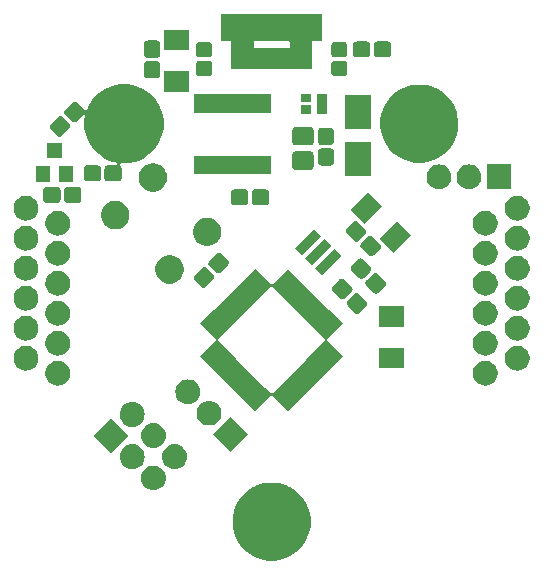
<source format=gbr>
G04 #@! TF.GenerationSoftware,KiCad,Pcbnew,(5.1.0)-1*
G04 #@! TF.CreationDate,2019-06-21T14:44:27-03:00*
G04 #@! TF.ProjectId,PCB_D,5043425f-442e-46b6-9963-61645f706362,rev?*
G04 #@! TF.SameCoordinates,Original*
G04 #@! TF.FileFunction,Soldermask,Top*
G04 #@! TF.FilePolarity,Negative*
%FSLAX46Y46*%
G04 Gerber Fmt 4.6, Leading zero omitted, Abs format (unit mm)*
G04 Created by KiCad (PCBNEW (5.1.0)-1) date 2019-06-21 14:44:27*
%MOMM*%
%LPD*%
G04 APERTURE LIST*
%ADD10C,0.100000*%
G04 APERTURE END LIST*
D10*
G36*
X643798Y-16963408D02*
G01*
X962574Y-17026817D01*
X1387234Y-17202717D01*
X1472792Y-17238156D01*
X1563136Y-17275578D01*
X2103627Y-17636723D01*
X2563277Y-18096373D01*
X2924422Y-18636864D01*
X3173183Y-19237426D01*
X3300000Y-19874978D01*
X3300000Y-20525022D01*
X3173183Y-21162574D01*
X2924422Y-21763136D01*
X2563277Y-22303627D01*
X2103627Y-22763277D01*
X1563136Y-23124422D01*
X962574Y-23373183D01*
X643798Y-23436591D01*
X325023Y-23500000D01*
X-325023Y-23500000D01*
X-643798Y-23436591D01*
X-962574Y-23373183D01*
X-1563136Y-23124422D01*
X-2103627Y-22763277D01*
X-2563277Y-22303627D01*
X-2924422Y-21763136D01*
X-3173183Y-21162574D01*
X-3300000Y-20525022D01*
X-3300000Y-19874978D01*
X-3173183Y-19237426D01*
X-2924422Y-18636864D01*
X-2563277Y-18096373D01*
X-2103627Y-17636723D01*
X-1563136Y-17275578D01*
X-1472791Y-17238156D01*
X-1387234Y-17202717D01*
X-962574Y-17026817D01*
X-643798Y-16963408D01*
X-325023Y-16900000D01*
X325023Y-16900000D01*
X643798Y-16963408D01*
X643798Y-16963408D01*
G37*
G36*
X-9879191Y-15449698D02*
G01*
X-9802062Y-15457295D01*
X-9604136Y-15517335D01*
X-9604133Y-15517336D01*
X-9421728Y-15614834D01*
X-9261843Y-15746047D01*
X-9130630Y-15905932D01*
X-9033132Y-16088337D01*
X-9033131Y-16088340D01*
X-8973091Y-16286266D01*
X-8952818Y-16492102D01*
X-8973091Y-16697938D01*
X-9033131Y-16895864D01*
X-9033132Y-16895867D01*
X-9130630Y-17078272D01*
X-9261843Y-17238157D01*
X-9421728Y-17369370D01*
X-9604133Y-17466868D01*
X-9604136Y-17466869D01*
X-9802062Y-17526909D01*
X-9879191Y-17534505D01*
X-9956318Y-17542102D01*
X-10059478Y-17542102D01*
X-10136605Y-17534505D01*
X-10213734Y-17526909D01*
X-10411660Y-17466869D01*
X-10411663Y-17466868D01*
X-10594068Y-17369370D01*
X-10753953Y-17238157D01*
X-10885166Y-17078272D01*
X-10982664Y-16895867D01*
X-10982665Y-16895864D01*
X-11042705Y-16697938D01*
X-11062978Y-16492102D01*
X-11042705Y-16286266D01*
X-10982665Y-16088340D01*
X-10982664Y-16088337D01*
X-10885166Y-15905932D01*
X-10753953Y-15746047D01*
X-10594068Y-15614834D01*
X-10411663Y-15517336D01*
X-10411660Y-15517335D01*
X-10213734Y-15457295D01*
X-10136605Y-15449698D01*
X-10059478Y-15442102D01*
X-9956318Y-15442102D01*
X-9879191Y-15449698D01*
X-9879191Y-15449698D01*
G37*
G36*
X-11675242Y-13653648D02*
G01*
X-11598113Y-13661244D01*
X-11400187Y-13721284D01*
X-11400184Y-13721285D01*
X-11217779Y-13818783D01*
X-11057894Y-13949996D01*
X-10926681Y-14109881D01*
X-10829183Y-14292286D01*
X-10829182Y-14292289D01*
X-10769142Y-14490215D01*
X-10748869Y-14696051D01*
X-10769142Y-14901887D01*
X-10829182Y-15099813D01*
X-10829183Y-15099816D01*
X-10926681Y-15282221D01*
X-11057894Y-15442106D01*
X-11217779Y-15573319D01*
X-11400184Y-15670817D01*
X-11400187Y-15670818D01*
X-11598113Y-15730858D01*
X-11675242Y-15738455D01*
X-11752369Y-15746051D01*
X-11855529Y-15746051D01*
X-11932656Y-15738455D01*
X-12009785Y-15730858D01*
X-12207711Y-15670818D01*
X-12207714Y-15670817D01*
X-12390119Y-15573319D01*
X-12550004Y-15442106D01*
X-12681217Y-15282221D01*
X-12778715Y-15099816D01*
X-12778716Y-15099813D01*
X-12838756Y-14901887D01*
X-12859029Y-14696051D01*
X-12838756Y-14490215D01*
X-12778716Y-14292289D01*
X-12778715Y-14292286D01*
X-12681217Y-14109881D01*
X-12550004Y-13949996D01*
X-12390119Y-13818783D01*
X-12207714Y-13721285D01*
X-12207711Y-13721284D01*
X-12009785Y-13661244D01*
X-11932656Y-13653648D01*
X-11855529Y-13646051D01*
X-11752369Y-13646051D01*
X-11675242Y-13653648D01*
X-11675242Y-13653648D01*
G37*
G36*
X-8083139Y-13653648D02*
G01*
X-8006010Y-13661244D01*
X-7808084Y-13721284D01*
X-7808081Y-13721285D01*
X-7625676Y-13818783D01*
X-7465791Y-13949996D01*
X-7334578Y-14109881D01*
X-7237080Y-14292286D01*
X-7237079Y-14292289D01*
X-7177039Y-14490215D01*
X-7156766Y-14696051D01*
X-7177039Y-14901887D01*
X-7237079Y-15099813D01*
X-7237080Y-15099816D01*
X-7334578Y-15282221D01*
X-7465791Y-15442106D01*
X-7625676Y-15573319D01*
X-7808081Y-15670817D01*
X-7808084Y-15670818D01*
X-8006010Y-15730858D01*
X-8083139Y-15738455D01*
X-8160266Y-15746051D01*
X-8263426Y-15746051D01*
X-8340553Y-15738455D01*
X-8417682Y-15730858D01*
X-8615608Y-15670818D01*
X-8615611Y-15670817D01*
X-8798016Y-15573319D01*
X-8957901Y-15442106D01*
X-9089114Y-15282221D01*
X-9186612Y-15099816D01*
X-9186613Y-15099813D01*
X-9246653Y-14901887D01*
X-9266926Y-14696051D01*
X-9246653Y-14490215D01*
X-9186613Y-14292289D01*
X-9186612Y-14292286D01*
X-9089114Y-14109881D01*
X-8957901Y-13949996D01*
X-8798016Y-13818783D01*
X-8615611Y-13721285D01*
X-8615608Y-13721284D01*
X-8417682Y-13661244D01*
X-8340553Y-13653648D01*
X-8263426Y-13646051D01*
X-8160266Y-13646051D01*
X-8083139Y-13653648D01*
X-8083139Y-13653648D01*
G37*
G36*
X-12115076Y-12900000D02*
G01*
X-13600000Y-14384924D01*
X-15084924Y-12900000D01*
X-13600000Y-11415076D01*
X-12115076Y-12900000D01*
X-12115076Y-12900000D01*
G37*
G36*
X-2019025Y-12796051D02*
G01*
X-3503949Y-14280975D01*
X-4988873Y-12796051D01*
X-3503949Y-11311127D01*
X-2019025Y-12796051D01*
X-2019025Y-12796051D01*
G37*
G36*
X-9879191Y-11857596D02*
G01*
X-9802062Y-11865193D01*
X-9604136Y-11925233D01*
X-9604133Y-11925234D01*
X-9421728Y-12022732D01*
X-9261843Y-12153945D01*
X-9130630Y-12313830D01*
X-9033132Y-12496235D01*
X-9033131Y-12496238D01*
X-8973091Y-12694164D01*
X-8952818Y-12900000D01*
X-8973091Y-13105836D01*
X-9033131Y-13303762D01*
X-9033132Y-13303765D01*
X-9130630Y-13486170D01*
X-9261843Y-13646055D01*
X-9421728Y-13777268D01*
X-9604133Y-13874766D01*
X-9604136Y-13874767D01*
X-9802062Y-13934807D01*
X-9879191Y-13942404D01*
X-9956318Y-13950000D01*
X-10059478Y-13950000D01*
X-10136605Y-13942404D01*
X-10213734Y-13934807D01*
X-10411660Y-13874767D01*
X-10411663Y-13874766D01*
X-10594068Y-13777268D01*
X-10753953Y-13646055D01*
X-10885166Y-13486170D01*
X-10982664Y-13303765D01*
X-10982665Y-13303762D01*
X-11042705Y-13105836D01*
X-11062978Y-12900000D01*
X-11042705Y-12694164D01*
X-10982665Y-12496238D01*
X-10982664Y-12496235D01*
X-10885166Y-12313830D01*
X-10753953Y-12153945D01*
X-10594068Y-12022732D01*
X-10411663Y-11925234D01*
X-10411660Y-11925233D01*
X-10213734Y-11865193D01*
X-10136605Y-11857596D01*
X-10059478Y-11850000D01*
X-9956318Y-11850000D01*
X-9879191Y-11857596D01*
X-9879191Y-11857596D01*
G37*
G36*
X-11675242Y-10061546D02*
G01*
X-11598113Y-10069142D01*
X-11421450Y-10122732D01*
X-11400184Y-10129183D01*
X-11217779Y-10226681D01*
X-11057894Y-10357894D01*
X-10926681Y-10517779D01*
X-10829183Y-10700184D01*
X-10829182Y-10700187D01*
X-10769142Y-10898113D01*
X-10748869Y-11103949D01*
X-10769142Y-11309785D01*
X-10801082Y-11415076D01*
X-10829183Y-11507714D01*
X-10926681Y-11690119D01*
X-11057894Y-11850004D01*
X-11217779Y-11981217D01*
X-11400184Y-12078715D01*
X-11400187Y-12078716D01*
X-11598113Y-12138756D01*
X-11675242Y-12146353D01*
X-11752369Y-12153949D01*
X-11855529Y-12153949D01*
X-11932656Y-12146353D01*
X-12009785Y-12138756D01*
X-12207711Y-12078716D01*
X-12207714Y-12078715D01*
X-12390119Y-11981217D01*
X-12550004Y-11850004D01*
X-12681217Y-11690119D01*
X-12778715Y-11507714D01*
X-12806816Y-11415076D01*
X-12838756Y-11309785D01*
X-12859029Y-11103949D01*
X-12838756Y-10898113D01*
X-12778716Y-10700187D01*
X-12778715Y-10700184D01*
X-12681217Y-10517779D01*
X-12550004Y-10357894D01*
X-12390119Y-10226681D01*
X-12207714Y-10129183D01*
X-12186448Y-10122732D01*
X-12009785Y-10069142D01*
X-11932656Y-10061546D01*
X-11855529Y-10053949D01*
X-11752369Y-10053949D01*
X-11675242Y-10061546D01*
X-11675242Y-10061546D01*
G37*
G36*
X-5171293Y-9957597D02*
G01*
X-5094164Y-9965193D01*
X-4896238Y-10025233D01*
X-4896235Y-10025234D01*
X-4713830Y-10122732D01*
X-4553945Y-10253945D01*
X-4422732Y-10413830D01*
X-4325234Y-10596235D01*
X-4325233Y-10596238D01*
X-4265193Y-10794164D01*
X-4244920Y-11000000D01*
X-4265193Y-11205836D01*
X-4297133Y-11311127D01*
X-4325234Y-11403765D01*
X-4422732Y-11586170D01*
X-4553945Y-11746055D01*
X-4713830Y-11877268D01*
X-4896235Y-11974766D01*
X-4896238Y-11974767D01*
X-5094164Y-12034807D01*
X-5171293Y-12042403D01*
X-5248420Y-12050000D01*
X-5351580Y-12050000D01*
X-5428707Y-12042403D01*
X-5505836Y-12034807D01*
X-5703762Y-11974767D01*
X-5703765Y-11974766D01*
X-5886170Y-11877268D01*
X-6046055Y-11746055D01*
X-6177268Y-11586170D01*
X-6274766Y-11403765D01*
X-6302867Y-11311127D01*
X-6334807Y-11205836D01*
X-6355080Y-11000000D01*
X-6334807Y-10794164D01*
X-6274767Y-10596238D01*
X-6274766Y-10596235D01*
X-6177268Y-10413830D01*
X-6046055Y-10253945D01*
X-5886170Y-10122732D01*
X-5703765Y-10025234D01*
X-5703762Y-10025233D01*
X-5505836Y-9965193D01*
X-5428707Y-9957597D01*
X-5351580Y-9950000D01*
X-5248420Y-9950000D01*
X-5171293Y-9957597D01*
X-5171293Y-9957597D01*
G37*
G36*
X4896715Y-2272093D02*
G01*
X4896715Y-2272094D01*
X5356334Y-2731713D01*
X5356334Y-2731712D01*
X6028086Y-3403464D01*
X4719932Y-4711618D01*
X4704392Y-4730554D01*
X4692841Y-4752165D01*
X4685728Y-4775614D01*
X4683326Y-4800000D01*
X4685728Y-4824386D01*
X4692841Y-4847835D01*
X4704392Y-4869446D01*
X4719932Y-4888382D01*
X6028086Y-6196536D01*
X1396536Y-10828086D01*
X88382Y-9519932D01*
X69446Y-9504392D01*
X47835Y-9492841D01*
X24386Y-9485728D01*
X0Y-9483326D01*
X-24386Y-9485728D01*
X-47835Y-9492841D01*
X-69446Y-9504392D01*
X-88382Y-9519932D01*
X-1396536Y-10828086D01*
X-6028086Y-6196536D01*
X-4719932Y-4888382D01*
X-4704392Y-4869446D01*
X-4692841Y-4847835D01*
X-4685728Y-4824386D01*
X-4683326Y-4800000D01*
X-4544418Y-4800000D01*
X-4542016Y-4824386D01*
X-4534903Y-4847835D01*
X-4523352Y-4869446D01*
X-4507812Y-4888382D01*
X-4136564Y-5259630D01*
X-4048187Y-5348008D01*
X-4048186Y-5348007D01*
X-3376434Y-6019759D01*
X-3376435Y-6019760D01*
X-3005203Y-6390991D01*
X-1308141Y-8088053D01*
X-1219760Y-8176435D01*
X-1219759Y-8176434D01*
X-548007Y-8848186D01*
X-548008Y-8848187D01*
X-88382Y-9307812D01*
X-69446Y-9323352D01*
X-47835Y-9334903D01*
X-24386Y-9342016D01*
X0Y-9344418D01*
X24386Y-9342016D01*
X47835Y-9334903D01*
X69446Y-9323352D01*
X88382Y-9307812D01*
X548008Y-8848187D01*
X548007Y-8848186D01*
X1219759Y-8176434D01*
X1219760Y-8176435D01*
X1308137Y-8088057D01*
X2916816Y-6479378D01*
X3376435Y-6019760D01*
X3376434Y-6019759D01*
X4048186Y-5348007D01*
X4048187Y-5348008D01*
X4136564Y-5259630D01*
X4507812Y-4888382D01*
X4523352Y-4869446D01*
X4534903Y-4847835D01*
X4542016Y-4824386D01*
X4544418Y-4800000D01*
X4542016Y-4775614D01*
X4534903Y-4752165D01*
X4523352Y-4730554D01*
X4507812Y-4711618D01*
X4048187Y-4251993D01*
X4048186Y-4251993D01*
X3376434Y-3580241D01*
X3376435Y-3580241D01*
X1219760Y-1423566D01*
X1219759Y-1423566D01*
X548007Y-751814D01*
X548008Y-751814D01*
X88382Y-292188D01*
X69446Y-276648D01*
X47835Y-265097D01*
X24386Y-257984D01*
X0Y-255582D01*
X-24386Y-257984D01*
X-47835Y-265097D01*
X-69446Y-276648D01*
X-88382Y-292188D01*
X-548008Y-751814D01*
X-548007Y-751814D01*
X-1219759Y-1423566D01*
X-1219760Y-1423566D01*
X-3376435Y-3580241D01*
X-3376434Y-3580241D01*
X-4048186Y-4251993D01*
X-4048187Y-4251993D01*
X-4507812Y-4711618D01*
X-4523352Y-4730554D01*
X-4534903Y-4752165D01*
X-4542016Y-4775614D01*
X-4544418Y-4800000D01*
X-4683326Y-4800000D01*
X-4685728Y-4775614D01*
X-4692841Y-4752165D01*
X-4704392Y-4730554D01*
X-4719932Y-4711618D01*
X-6028086Y-3403464D01*
X-5356334Y-2731712D01*
X-5356334Y-2731713D01*
X-4896715Y-2272094D01*
X-4896715Y-2272093D01*
X-1396536Y1228086D01*
X-88382Y-80068D01*
X-69446Y-95608D01*
X-47835Y-107159D01*
X-24386Y-114272D01*
X0Y-116674D01*
X24386Y-114272D01*
X47835Y-107159D01*
X69446Y-95608D01*
X88382Y-80068D01*
X1396536Y1228086D01*
X4896715Y-2272093D01*
X4896715Y-2272093D01*
G37*
G36*
X-6967344Y-8161545D02*
G01*
X-6890215Y-8169142D01*
X-6692289Y-8229182D01*
X-6692286Y-8229183D01*
X-6509881Y-8326681D01*
X-6349996Y-8457894D01*
X-6218783Y-8617779D01*
X-6121285Y-8800184D01*
X-6121284Y-8800187D01*
X-6061244Y-8998113D01*
X-6040971Y-9203949D01*
X-6061244Y-9409785D01*
X-6084281Y-9485728D01*
X-6121285Y-9607714D01*
X-6218783Y-9790119D01*
X-6349996Y-9950004D01*
X-6509881Y-10081217D01*
X-6692286Y-10178715D01*
X-6692289Y-10178716D01*
X-6890215Y-10238756D01*
X-6967344Y-10246353D01*
X-7044471Y-10253949D01*
X-7147631Y-10253949D01*
X-7224758Y-10246353D01*
X-7301887Y-10238756D01*
X-7499813Y-10178716D01*
X-7499816Y-10178715D01*
X-7682221Y-10081217D01*
X-7842106Y-9950004D01*
X-7973319Y-9790119D01*
X-8070817Y-9607714D01*
X-8107821Y-9485728D01*
X-8130858Y-9409785D01*
X-8151131Y-9203949D01*
X-8130858Y-8998113D01*
X-8070818Y-8800187D01*
X-8070817Y-8800184D01*
X-7973319Y-8617779D01*
X-7842106Y-8457894D01*
X-7682221Y-8326681D01*
X-7499816Y-8229183D01*
X-7499813Y-8229182D01*
X-7301887Y-8169142D01*
X-7224758Y-8161545D01*
X-7147631Y-8153949D01*
X-7044471Y-8153949D01*
X-6967344Y-8161545D01*
X-6967344Y-8161545D01*
G37*
G36*
X-17971313Y-6575027D02*
G01*
X-17793726Y-6610350D01*
X-17602638Y-6689502D01*
X-17430664Y-6804411D01*
X-17284411Y-6950664D01*
X-17169502Y-7122638D01*
X-17090350Y-7313726D01*
X-17050000Y-7516584D01*
X-17050000Y-7723416D01*
X-17090350Y-7926274D01*
X-17169502Y-8117362D01*
X-17284411Y-8289336D01*
X-17430664Y-8435589D01*
X-17602638Y-8550498D01*
X-17793726Y-8629650D01*
X-17971313Y-8664973D01*
X-17996583Y-8670000D01*
X-18203417Y-8670000D01*
X-18228687Y-8664973D01*
X-18406274Y-8629650D01*
X-18597362Y-8550498D01*
X-18769336Y-8435589D01*
X-18915589Y-8289336D01*
X-19030498Y-8117362D01*
X-19109650Y-7926274D01*
X-19150000Y-7723416D01*
X-19150000Y-7516584D01*
X-19109650Y-7313726D01*
X-19030498Y-7122638D01*
X-18915589Y-6950664D01*
X-18769336Y-6804411D01*
X-18597362Y-6689502D01*
X-18406274Y-6610350D01*
X-18228687Y-6575027D01*
X-18203417Y-6570000D01*
X-17996583Y-6570000D01*
X-17971313Y-6575027D01*
X-17971313Y-6575027D01*
G37*
G36*
X18228687Y-6575027D02*
G01*
X18406274Y-6610350D01*
X18597362Y-6689502D01*
X18769336Y-6804411D01*
X18915589Y-6950664D01*
X19030498Y-7122638D01*
X19109650Y-7313726D01*
X19150000Y-7516584D01*
X19150000Y-7723416D01*
X19109650Y-7926274D01*
X19030498Y-8117362D01*
X18915589Y-8289336D01*
X18769336Y-8435589D01*
X18597362Y-8550498D01*
X18406274Y-8629650D01*
X18228687Y-8664973D01*
X18203417Y-8670000D01*
X17996583Y-8670000D01*
X17971313Y-8664973D01*
X17793726Y-8629650D01*
X17602638Y-8550498D01*
X17430664Y-8435589D01*
X17284411Y-8289336D01*
X17169502Y-8117362D01*
X17090350Y-7926274D01*
X17050000Y-7723416D01*
X17050000Y-7516584D01*
X17090350Y-7313726D01*
X17169502Y-7122638D01*
X17284411Y-6950664D01*
X17430664Y-6804411D01*
X17602638Y-6689502D01*
X17793726Y-6610350D01*
X17971313Y-6575027D01*
X17996583Y-6570000D01*
X18203417Y-6570000D01*
X18228687Y-6575027D01*
X18228687Y-6575027D01*
G37*
G36*
X-20671313Y-5305027D02*
G01*
X-20493726Y-5340350D01*
X-20302638Y-5419502D01*
X-20130664Y-5534411D01*
X-19984411Y-5680664D01*
X-19869502Y-5852638D01*
X-19790350Y-6043726D01*
X-19750000Y-6246584D01*
X-19750000Y-6453416D01*
X-19790350Y-6656274D01*
X-19869502Y-6847362D01*
X-19984411Y-7019336D01*
X-20130664Y-7165589D01*
X-20302638Y-7280498D01*
X-20493726Y-7359650D01*
X-20671313Y-7394973D01*
X-20696583Y-7400000D01*
X-20903417Y-7400000D01*
X-20928687Y-7394973D01*
X-21106274Y-7359650D01*
X-21297362Y-7280498D01*
X-21469336Y-7165589D01*
X-21615589Y-7019336D01*
X-21730498Y-6847362D01*
X-21809650Y-6656274D01*
X-21850000Y-6453416D01*
X-21850000Y-6246584D01*
X-21809650Y-6043726D01*
X-21730498Y-5852638D01*
X-21615589Y-5680664D01*
X-21469336Y-5534411D01*
X-21297362Y-5419502D01*
X-21106274Y-5340350D01*
X-20928687Y-5305027D01*
X-20903417Y-5300000D01*
X-20696583Y-5300000D01*
X-20671313Y-5305027D01*
X-20671313Y-5305027D01*
G37*
G36*
X20928687Y-5305027D02*
G01*
X21106274Y-5340350D01*
X21297362Y-5419502D01*
X21469336Y-5534411D01*
X21615589Y-5680664D01*
X21730498Y-5852638D01*
X21809650Y-6043726D01*
X21850000Y-6246584D01*
X21850000Y-6453416D01*
X21809650Y-6656274D01*
X21730498Y-6847362D01*
X21615589Y-7019336D01*
X21469336Y-7165589D01*
X21297362Y-7280498D01*
X21106274Y-7359650D01*
X20928687Y-7394973D01*
X20903417Y-7400000D01*
X20696583Y-7400000D01*
X20671313Y-7394973D01*
X20493726Y-7359650D01*
X20302638Y-7280498D01*
X20130664Y-7165589D01*
X19984411Y-7019336D01*
X19869502Y-6847362D01*
X19790350Y-6656274D01*
X19750000Y-6453416D01*
X19750000Y-6246584D01*
X19790350Y-6043726D01*
X19869502Y-5852638D01*
X19984411Y-5680664D01*
X20130664Y-5534411D01*
X20302638Y-5419502D01*
X20493726Y-5340350D01*
X20671313Y-5305027D01*
X20696583Y-5300000D01*
X20903417Y-5300000D01*
X20928687Y-5305027D01*
X20928687Y-5305027D01*
G37*
G36*
X11210000Y-7172000D02*
G01*
X9110000Y-7172000D01*
X9110000Y-5472000D01*
X11210000Y-5472000D01*
X11210000Y-7172000D01*
X11210000Y-7172000D01*
G37*
G36*
X18228687Y-4035027D02*
G01*
X18406274Y-4070350D01*
X18597362Y-4149502D01*
X18769336Y-4264411D01*
X18915589Y-4410664D01*
X19030498Y-4582638D01*
X19109650Y-4773726D01*
X19150000Y-4976584D01*
X19150000Y-5183416D01*
X19109650Y-5386274D01*
X19030498Y-5577362D01*
X18915589Y-5749336D01*
X18769336Y-5895589D01*
X18597362Y-6010498D01*
X18406274Y-6089650D01*
X18228687Y-6124973D01*
X18203417Y-6130000D01*
X17996583Y-6130000D01*
X17971313Y-6124973D01*
X17793726Y-6089650D01*
X17602638Y-6010498D01*
X17430664Y-5895589D01*
X17284411Y-5749336D01*
X17169502Y-5577362D01*
X17090350Y-5386274D01*
X17050000Y-5183416D01*
X17050000Y-4976584D01*
X17090350Y-4773726D01*
X17169502Y-4582638D01*
X17284411Y-4410664D01*
X17430664Y-4264411D01*
X17602638Y-4149502D01*
X17793726Y-4070350D01*
X17971313Y-4035027D01*
X17996583Y-4030000D01*
X18203417Y-4030000D01*
X18228687Y-4035027D01*
X18228687Y-4035027D01*
G37*
G36*
X-17971313Y-4035027D02*
G01*
X-17793726Y-4070350D01*
X-17602638Y-4149502D01*
X-17430664Y-4264411D01*
X-17284411Y-4410664D01*
X-17169502Y-4582638D01*
X-17090350Y-4773726D01*
X-17050000Y-4976584D01*
X-17050000Y-5183416D01*
X-17090350Y-5386274D01*
X-17169502Y-5577362D01*
X-17284411Y-5749336D01*
X-17430664Y-5895589D01*
X-17602638Y-6010498D01*
X-17793726Y-6089650D01*
X-17971313Y-6124973D01*
X-17996583Y-6130000D01*
X-18203417Y-6130000D01*
X-18228687Y-6124973D01*
X-18406274Y-6089650D01*
X-18597362Y-6010498D01*
X-18769336Y-5895589D01*
X-18915589Y-5749336D01*
X-19030498Y-5577362D01*
X-19109650Y-5386274D01*
X-19150000Y-5183416D01*
X-19150000Y-4976584D01*
X-19109650Y-4773726D01*
X-19030498Y-4582638D01*
X-18915589Y-4410664D01*
X-18769336Y-4264411D01*
X-18597362Y-4149502D01*
X-18406274Y-4070350D01*
X-18228687Y-4035027D01*
X-18203417Y-4030000D01*
X-17996583Y-4030000D01*
X-17971313Y-4035027D01*
X-17971313Y-4035027D01*
G37*
G36*
X-20671313Y-2765027D02*
G01*
X-20493726Y-2800350D01*
X-20302638Y-2879502D01*
X-20130664Y-2994411D01*
X-19984411Y-3140664D01*
X-19869502Y-3312638D01*
X-19790350Y-3503726D01*
X-19750000Y-3706584D01*
X-19750000Y-3913416D01*
X-19790350Y-4116274D01*
X-19869502Y-4307362D01*
X-19984411Y-4479336D01*
X-20130664Y-4625589D01*
X-20302638Y-4740498D01*
X-20493726Y-4819650D01*
X-20671313Y-4854973D01*
X-20696583Y-4860000D01*
X-20903417Y-4860000D01*
X-20928687Y-4854973D01*
X-21106274Y-4819650D01*
X-21297362Y-4740498D01*
X-21469336Y-4625589D01*
X-21615589Y-4479336D01*
X-21730498Y-4307362D01*
X-21809650Y-4116274D01*
X-21850000Y-3913416D01*
X-21850000Y-3706584D01*
X-21809650Y-3503726D01*
X-21730498Y-3312638D01*
X-21615589Y-3140664D01*
X-21469336Y-2994411D01*
X-21297362Y-2879502D01*
X-21106274Y-2800350D01*
X-20928687Y-2765027D01*
X-20903417Y-2760000D01*
X-20696583Y-2760000D01*
X-20671313Y-2765027D01*
X-20671313Y-2765027D01*
G37*
G36*
X20928687Y-2765027D02*
G01*
X21106274Y-2800350D01*
X21297362Y-2879502D01*
X21469336Y-2994411D01*
X21615589Y-3140664D01*
X21730498Y-3312638D01*
X21809650Y-3503726D01*
X21850000Y-3706584D01*
X21850000Y-3913416D01*
X21809650Y-4116274D01*
X21730498Y-4307362D01*
X21615589Y-4479336D01*
X21469336Y-4625589D01*
X21297362Y-4740498D01*
X21106274Y-4819650D01*
X20928687Y-4854973D01*
X20903417Y-4860000D01*
X20696583Y-4860000D01*
X20671313Y-4854973D01*
X20493726Y-4819650D01*
X20302638Y-4740498D01*
X20130664Y-4625589D01*
X19984411Y-4479336D01*
X19869502Y-4307362D01*
X19790350Y-4116274D01*
X19750000Y-3913416D01*
X19750000Y-3706584D01*
X19790350Y-3503726D01*
X19869502Y-3312638D01*
X19984411Y-3140664D01*
X20130664Y-2994411D01*
X20302638Y-2879502D01*
X20493726Y-2800350D01*
X20671313Y-2765027D01*
X20696583Y-2760000D01*
X20903417Y-2760000D01*
X20928687Y-2765027D01*
X20928687Y-2765027D01*
G37*
G36*
X11210000Y-3672000D02*
G01*
X9110000Y-3672000D01*
X9110000Y-1972000D01*
X11210000Y-1972000D01*
X11210000Y-3672000D01*
X11210000Y-3672000D01*
G37*
G36*
X-17971313Y-1495027D02*
G01*
X-17793726Y-1530350D01*
X-17602638Y-1609502D01*
X-17430664Y-1724411D01*
X-17284411Y-1870664D01*
X-17169502Y-2042638D01*
X-17090350Y-2233726D01*
X-17050000Y-2436584D01*
X-17050000Y-2643416D01*
X-17090350Y-2846274D01*
X-17169502Y-3037362D01*
X-17284411Y-3209336D01*
X-17430664Y-3355589D01*
X-17602638Y-3470498D01*
X-17793726Y-3549650D01*
X-17971313Y-3584973D01*
X-17996583Y-3590000D01*
X-18203417Y-3590000D01*
X-18228687Y-3584973D01*
X-18406274Y-3549650D01*
X-18597362Y-3470498D01*
X-18769336Y-3355589D01*
X-18915589Y-3209336D01*
X-19030498Y-3037362D01*
X-19109650Y-2846274D01*
X-19150000Y-2643416D01*
X-19150000Y-2436584D01*
X-19109650Y-2233726D01*
X-19030498Y-2042638D01*
X-18915589Y-1870664D01*
X-18769336Y-1724411D01*
X-18597362Y-1609502D01*
X-18406274Y-1530350D01*
X-18228687Y-1495027D01*
X-18203417Y-1490000D01*
X-17996583Y-1490000D01*
X-17971313Y-1495027D01*
X-17971313Y-1495027D01*
G37*
G36*
X18228687Y-1495027D02*
G01*
X18406274Y-1530350D01*
X18597362Y-1609502D01*
X18769336Y-1724411D01*
X18915589Y-1870664D01*
X19030498Y-2042638D01*
X19109650Y-2233726D01*
X19150000Y-2436584D01*
X19150000Y-2643416D01*
X19109650Y-2846274D01*
X19030498Y-3037362D01*
X18915589Y-3209336D01*
X18769336Y-3355589D01*
X18597362Y-3470498D01*
X18406274Y-3549650D01*
X18228687Y-3584973D01*
X18203417Y-3590000D01*
X17996583Y-3590000D01*
X17971313Y-3584973D01*
X17793726Y-3549650D01*
X17602638Y-3470498D01*
X17430664Y-3355589D01*
X17284411Y-3209336D01*
X17169502Y-3037362D01*
X17090350Y-2846274D01*
X17050000Y-2643416D01*
X17050000Y-2436584D01*
X17090350Y-2233726D01*
X17169502Y-2042638D01*
X17284411Y-1870664D01*
X17430664Y-1724411D01*
X17602638Y-1609502D01*
X17793726Y-1530350D01*
X17971313Y-1495027D01*
X17996583Y-1490000D01*
X18203417Y-1490000D01*
X18228687Y-1495027D01*
X18228687Y-1495027D01*
G37*
G36*
X7236893Y-848554D02*
G01*
X7288373Y-864170D01*
X7335808Y-889525D01*
X7382155Y-927561D01*
X7422006Y-967412D01*
X7422012Y-967417D01*
X7970019Y-1515424D01*
X7970024Y-1515430D01*
X8009875Y-1555281D01*
X8047911Y-1601628D01*
X8073266Y-1649063D01*
X8088882Y-1700543D01*
X8094154Y-1754073D01*
X8088882Y-1807603D01*
X8073266Y-1859083D01*
X8047911Y-1906518D01*
X8009875Y-1952865D01*
X7970024Y-1992716D01*
X7970019Y-1992722D01*
X7492722Y-2470019D01*
X7492716Y-2470024D01*
X7452865Y-2509875D01*
X7406518Y-2547911D01*
X7359083Y-2573266D01*
X7307603Y-2588882D01*
X7254073Y-2594154D01*
X7200543Y-2588882D01*
X7149063Y-2573266D01*
X7101628Y-2547911D01*
X7055281Y-2509875D01*
X7015430Y-2470024D01*
X7015424Y-2470019D01*
X6467417Y-1922012D01*
X6467412Y-1922006D01*
X6427561Y-1882155D01*
X6389525Y-1835808D01*
X6364170Y-1788373D01*
X6348554Y-1736893D01*
X6343282Y-1683363D01*
X6348554Y-1629833D01*
X6364170Y-1578353D01*
X6389525Y-1530918D01*
X6427561Y-1484571D01*
X6467412Y-1444720D01*
X6467417Y-1444714D01*
X6944714Y-967417D01*
X6944720Y-967412D01*
X6984571Y-927561D01*
X7030918Y-889525D01*
X7078353Y-864170D01*
X7129833Y-848554D01*
X7183363Y-843282D01*
X7236893Y-848554D01*
X7236893Y-848554D01*
G37*
G36*
X-20671313Y-225027D02*
G01*
X-20493726Y-260350D01*
X-20302638Y-339502D01*
X-20130664Y-454411D01*
X-19984411Y-600664D01*
X-19869502Y-772638D01*
X-19790350Y-963726D01*
X-19750000Y-1166584D01*
X-19750000Y-1373416D01*
X-19790350Y-1576274D01*
X-19869502Y-1767362D01*
X-19984411Y-1939336D01*
X-20130664Y-2085589D01*
X-20302638Y-2200498D01*
X-20493726Y-2279650D01*
X-20671313Y-2314973D01*
X-20696583Y-2320000D01*
X-20903417Y-2320000D01*
X-20928687Y-2314973D01*
X-21106274Y-2279650D01*
X-21297362Y-2200498D01*
X-21469336Y-2085589D01*
X-21615589Y-1939336D01*
X-21730498Y-1767362D01*
X-21809650Y-1576274D01*
X-21850000Y-1373416D01*
X-21850000Y-1166584D01*
X-21809650Y-963726D01*
X-21730498Y-772638D01*
X-21615589Y-600664D01*
X-21469336Y-454411D01*
X-21297362Y-339502D01*
X-21106274Y-260350D01*
X-20928687Y-225027D01*
X-20903417Y-220000D01*
X-20696583Y-220000D01*
X-20671313Y-225027D01*
X-20671313Y-225027D01*
G37*
G36*
X20928687Y-225027D02*
G01*
X21106274Y-260350D01*
X21297362Y-339502D01*
X21469336Y-454411D01*
X21615589Y-600664D01*
X21730498Y-772638D01*
X21809650Y-963726D01*
X21850000Y-1166584D01*
X21850000Y-1373416D01*
X21809650Y-1576274D01*
X21730498Y-1767362D01*
X21615589Y-1939336D01*
X21469336Y-2085589D01*
X21297362Y-2200498D01*
X21106274Y-2279650D01*
X20928687Y-2314973D01*
X20903417Y-2320000D01*
X20696583Y-2320000D01*
X20671313Y-2314973D01*
X20493726Y-2279650D01*
X20302638Y-2200498D01*
X20130664Y-2085589D01*
X19984411Y-1939336D01*
X19869502Y-1767362D01*
X19790350Y-1576274D01*
X19750000Y-1373416D01*
X19750000Y-1166584D01*
X19790350Y-963726D01*
X19869502Y-772638D01*
X19984411Y-600664D01*
X20130664Y-454411D01*
X20302638Y-339502D01*
X20493726Y-260350D01*
X20671313Y-225027D01*
X20696583Y-220000D01*
X20903417Y-220000D01*
X20928687Y-225027D01*
X20928687Y-225027D01*
G37*
G36*
X5999457Y388882D02*
G01*
X6050937Y373266D01*
X6098372Y347911D01*
X6144719Y309875D01*
X6184570Y270024D01*
X6184576Y270019D01*
X6732583Y-277988D01*
X6732588Y-277994D01*
X6772439Y-317845D01*
X6810475Y-364192D01*
X6835830Y-411627D01*
X6851446Y-463107D01*
X6856718Y-516637D01*
X6851446Y-570167D01*
X6835830Y-621647D01*
X6810475Y-669082D01*
X6772439Y-715429D01*
X6732588Y-755280D01*
X6732583Y-755286D01*
X6255286Y-1232583D01*
X6255280Y-1232588D01*
X6215429Y-1272439D01*
X6169082Y-1310475D01*
X6121647Y-1335830D01*
X6070167Y-1351446D01*
X6016637Y-1356718D01*
X5963107Y-1351446D01*
X5911627Y-1335830D01*
X5864192Y-1310475D01*
X5817845Y-1272439D01*
X5777994Y-1232588D01*
X5777988Y-1232583D01*
X5229981Y-684576D01*
X5229976Y-684570D01*
X5190125Y-644719D01*
X5152089Y-598372D01*
X5126734Y-550937D01*
X5111118Y-499457D01*
X5105846Y-445927D01*
X5111118Y-392397D01*
X5126734Y-340917D01*
X5152089Y-293482D01*
X5190125Y-247135D01*
X5229976Y-207284D01*
X5229981Y-207278D01*
X5707278Y270019D01*
X5707284Y270024D01*
X5747135Y309875D01*
X5793482Y347911D01*
X5840917Y373266D01*
X5892397Y388882D01*
X5945927Y394154D01*
X5999457Y388882D01*
X5999457Y388882D01*
G37*
G36*
X18228687Y1044973D02*
G01*
X18406274Y1009650D01*
X18597362Y930498D01*
X18769336Y815589D01*
X18915589Y669336D01*
X19030498Y497362D01*
X19109650Y306274D01*
X19131947Y194176D01*
X19150000Y103417D01*
X19150000Y-103417D01*
X19144973Y-128687D01*
X19109650Y-306274D01*
X19030498Y-497362D01*
X18915589Y-669336D01*
X18769336Y-815589D01*
X18597362Y-930498D01*
X18406274Y-1009650D01*
X18228687Y-1044973D01*
X18203417Y-1050000D01*
X17996583Y-1050000D01*
X17971313Y-1044973D01*
X17793726Y-1009650D01*
X17602638Y-930498D01*
X17430664Y-815589D01*
X17284411Y-669336D01*
X17169502Y-497362D01*
X17090350Y-306274D01*
X17055027Y-128687D01*
X17050000Y-103417D01*
X17050000Y103417D01*
X17068053Y194176D01*
X17090350Y306274D01*
X17169502Y497362D01*
X17284411Y669336D01*
X17430664Y815589D01*
X17602638Y930498D01*
X17793726Y1009650D01*
X17971313Y1044973D01*
X17996583Y1050000D01*
X18203417Y1050000D01*
X18228687Y1044973D01*
X18228687Y1044973D01*
G37*
G36*
X-17971313Y1044973D02*
G01*
X-17793726Y1009650D01*
X-17602638Y930498D01*
X-17430664Y815589D01*
X-17284411Y669336D01*
X-17169502Y497362D01*
X-17090350Y306274D01*
X-17068053Y194176D01*
X-17050000Y103417D01*
X-17050000Y-103417D01*
X-17055027Y-128687D01*
X-17090350Y-306274D01*
X-17169502Y-497362D01*
X-17284411Y-669336D01*
X-17430664Y-815589D01*
X-17602638Y-930498D01*
X-17793726Y-1009650D01*
X-17971313Y-1044973D01*
X-17996583Y-1050000D01*
X-18203417Y-1050000D01*
X-18228687Y-1044973D01*
X-18406274Y-1009650D01*
X-18597362Y-930498D01*
X-18769336Y-815589D01*
X-18915589Y-669336D01*
X-19030498Y-497362D01*
X-19109650Y-306274D01*
X-19144973Y-128687D01*
X-19150000Y-103417D01*
X-19150000Y103417D01*
X-19131947Y194176D01*
X-19109650Y306274D01*
X-19030498Y497362D01*
X-18915589Y669336D01*
X-18769336Y815589D01*
X-18597362Y930498D01*
X-18406274Y1009650D01*
X-18228687Y1044973D01*
X-18203417Y1050000D01*
X-17996583Y1050000D01*
X-17971313Y1044973D01*
X-17971313Y1044973D01*
G37*
G36*
X8836893Y861046D02*
G01*
X8888373Y845430D01*
X8935808Y820075D01*
X8982155Y782039D01*
X9022006Y742188D01*
X9022012Y742183D01*
X9570019Y194176D01*
X9570024Y194170D01*
X9609875Y154319D01*
X9647911Y107972D01*
X9673266Y60537D01*
X9688882Y9057D01*
X9694154Y-44473D01*
X9688882Y-98003D01*
X9673266Y-149483D01*
X9647911Y-196918D01*
X9609875Y-243265D01*
X9570024Y-283116D01*
X9570019Y-283122D01*
X9092722Y-760419D01*
X9092716Y-760424D01*
X9052865Y-800275D01*
X9006518Y-838311D01*
X8959083Y-863666D01*
X8907603Y-879282D01*
X8854073Y-884554D01*
X8800543Y-879282D01*
X8749063Y-863666D01*
X8701628Y-838311D01*
X8655281Y-800275D01*
X8615430Y-760424D01*
X8615424Y-760419D01*
X8067417Y-212412D01*
X8067412Y-212406D01*
X8027561Y-172555D01*
X7989525Y-126208D01*
X7964170Y-78773D01*
X7948554Y-27293D01*
X7943282Y26237D01*
X7948554Y79767D01*
X7964170Y131247D01*
X7989525Y178682D01*
X8027561Y225029D01*
X8067412Y264880D01*
X8067417Y264886D01*
X8544714Y742183D01*
X8544720Y742188D01*
X8584571Y782039D01*
X8630918Y820075D01*
X8678353Y845430D01*
X8729833Y861046D01*
X8783363Y866318D01*
X8836893Y861046D01*
X8836893Y861046D01*
G37*
G36*
X-5629833Y1351446D02*
G01*
X-5578353Y1335830D01*
X-5530918Y1310475D01*
X-5484571Y1272439D01*
X-5444720Y1232588D01*
X-5444714Y1232583D01*
X-4967417Y755286D01*
X-4967412Y755280D01*
X-4927561Y715429D01*
X-4889525Y669082D01*
X-4864170Y621647D01*
X-4848554Y570167D01*
X-4843282Y516637D01*
X-4848554Y463107D01*
X-4864170Y411627D01*
X-4889525Y364192D01*
X-4927561Y317845D01*
X-4967412Y277994D01*
X-4967417Y277988D01*
X-5515424Y-270019D01*
X-5515430Y-270024D01*
X-5555281Y-309875D01*
X-5601628Y-347911D01*
X-5649063Y-373266D01*
X-5700543Y-388882D01*
X-5754073Y-394154D01*
X-5807603Y-388882D01*
X-5859083Y-373266D01*
X-5906518Y-347911D01*
X-5952865Y-309875D01*
X-5992716Y-270024D01*
X-5992722Y-270019D01*
X-6470019Y207278D01*
X-6470024Y207284D01*
X-6509875Y247135D01*
X-6547911Y293482D01*
X-6573266Y340917D01*
X-6588882Y392397D01*
X-6594154Y445927D01*
X-6588882Y499457D01*
X-6573266Y550937D01*
X-6547911Y598372D01*
X-6509875Y644719D01*
X-6470024Y684570D01*
X-6470019Y684576D01*
X-5922012Y1232583D01*
X-5922006Y1232588D01*
X-5882155Y1272439D01*
X-5835808Y1310475D01*
X-5788373Y1335830D01*
X-5736893Y1351446D01*
X-5683363Y1356718D01*
X-5629833Y1351446D01*
X-5629833Y1351446D01*
G37*
G36*
X-8285974Y2322285D02*
G01*
X-8072174Y2233726D01*
X-8067587Y2231826D01*
X-7871045Y2100501D01*
X-7703899Y1933355D01*
X-7572627Y1736893D01*
X-7572573Y1736811D01*
X-7482115Y1518426D01*
X-7436000Y1286591D01*
X-7436000Y1050209D01*
X-7482115Y818374D01*
X-7572573Y599989D01*
X-7572574Y599987D01*
X-7703899Y403445D01*
X-7871045Y236299D01*
X-8067587Y104974D01*
X-8067588Y104973D01*
X-8067589Y104973D01*
X-8285974Y14515D01*
X-8517809Y-31600D01*
X-8754191Y-31600D01*
X-8986026Y14515D01*
X-9204411Y104973D01*
X-9204412Y104973D01*
X-9204413Y104974D01*
X-9400955Y236299D01*
X-9568101Y403445D01*
X-9699426Y599987D01*
X-9699427Y599989D01*
X-9789885Y818374D01*
X-9836000Y1050209D01*
X-9836000Y1286591D01*
X-9789885Y1518426D01*
X-9699427Y1736811D01*
X-9699372Y1736893D01*
X-9568101Y1933355D01*
X-9400955Y2100501D01*
X-9204413Y2231826D01*
X-9199826Y2233726D01*
X-8986026Y2322285D01*
X-8754191Y2368400D01*
X-8517809Y2368400D01*
X-8285974Y2322285D01*
X-8285974Y2322285D01*
G37*
G36*
X-20676580Y2316021D02*
G01*
X-20493726Y2279650D01*
X-20302638Y2200498D01*
X-20130664Y2085589D01*
X-19984411Y1939336D01*
X-19869502Y1767362D01*
X-19790350Y1576274D01*
X-19764182Y1444714D01*
X-19750000Y1373417D01*
X-19750000Y1166583D01*
X-19755027Y1141313D01*
X-19790350Y963726D01*
X-19869502Y772638D01*
X-19984411Y600664D01*
X-20130664Y454411D01*
X-20302638Y339502D01*
X-20493726Y260350D01*
X-20671301Y225029D01*
X-20696583Y220000D01*
X-20903417Y220000D01*
X-20928699Y225029D01*
X-21106274Y260350D01*
X-21297362Y339502D01*
X-21469336Y454411D01*
X-21615589Y600664D01*
X-21730498Y772638D01*
X-21809650Y963726D01*
X-21844973Y1141313D01*
X-21850000Y1166583D01*
X-21850000Y1373417D01*
X-21835818Y1444714D01*
X-21809650Y1576274D01*
X-21730498Y1767362D01*
X-21615589Y1939336D01*
X-21469336Y2085589D01*
X-21297362Y2200498D01*
X-21106274Y2279650D01*
X-20923420Y2316021D01*
X-20903417Y2320000D01*
X-20696583Y2320000D01*
X-20676580Y2316021D01*
X-20676580Y2316021D01*
G37*
G36*
X20923420Y2316021D02*
G01*
X21106274Y2279650D01*
X21297362Y2200498D01*
X21469336Y2085589D01*
X21615589Y1939336D01*
X21730498Y1767362D01*
X21809650Y1576274D01*
X21835818Y1444714D01*
X21850000Y1373417D01*
X21850000Y1166583D01*
X21844973Y1141313D01*
X21809650Y963726D01*
X21730498Y772638D01*
X21615589Y600664D01*
X21469336Y454411D01*
X21297362Y339502D01*
X21106274Y260350D01*
X20928699Y225029D01*
X20903417Y220000D01*
X20696583Y220000D01*
X20671301Y225029D01*
X20493726Y260350D01*
X20302638Y339502D01*
X20130664Y454411D01*
X19984411Y600664D01*
X19869502Y772638D01*
X19790350Y963726D01*
X19755027Y1141313D01*
X19750000Y1166583D01*
X19750000Y1373417D01*
X19764182Y1444714D01*
X19790350Y1576274D01*
X19869502Y1767362D01*
X19984411Y1939336D01*
X20130664Y2085589D01*
X20302638Y2200498D01*
X20493726Y2279650D01*
X20676580Y2316021D01*
X20696583Y2320000D01*
X20903417Y2320000D01*
X20923420Y2316021D01*
X20923420Y2316021D01*
G37*
G36*
X7599457Y2098482D02*
G01*
X7650937Y2082866D01*
X7698372Y2057511D01*
X7744719Y2019475D01*
X7784570Y1979624D01*
X7784576Y1979619D01*
X8332583Y1431612D01*
X8332588Y1431606D01*
X8372439Y1391755D01*
X8410475Y1345408D01*
X8435830Y1297973D01*
X8451446Y1246493D01*
X8456718Y1192963D01*
X8451446Y1139433D01*
X8435830Y1087953D01*
X8410475Y1040518D01*
X8372439Y994171D01*
X8332588Y954320D01*
X8332583Y954314D01*
X7855286Y477017D01*
X7855280Y477012D01*
X7815429Y437161D01*
X7769082Y399125D01*
X7721647Y373770D01*
X7670167Y358154D01*
X7616637Y352882D01*
X7563107Y358154D01*
X7511627Y373770D01*
X7464192Y399125D01*
X7417845Y437161D01*
X7377994Y477012D01*
X7377988Y477017D01*
X6829981Y1025024D01*
X6829976Y1025030D01*
X6790125Y1064881D01*
X6752089Y1111228D01*
X6726734Y1158663D01*
X6711118Y1210143D01*
X6705846Y1263673D01*
X6711118Y1317203D01*
X6726734Y1368683D01*
X6752089Y1416118D01*
X6790125Y1462465D01*
X6829976Y1502316D01*
X6829981Y1502322D01*
X7307278Y1979619D01*
X7307284Y1979624D01*
X7347135Y2019475D01*
X7393482Y2057511D01*
X7440917Y2082866D01*
X7492397Y2098482D01*
X7545927Y2103754D01*
X7599457Y2098482D01*
X7599457Y2098482D01*
G37*
G36*
X5893073Y2333273D02*
G01*
X4266727Y706927D01*
X3701041Y1272613D01*
X5327387Y2898959D01*
X5893073Y2333273D01*
X5893073Y2333273D01*
G37*
G36*
X-4392397Y2588882D02*
G01*
X-4340917Y2573266D01*
X-4293482Y2547911D01*
X-4247135Y2509875D01*
X-4207284Y2470024D01*
X-4207278Y2470019D01*
X-3729981Y1992722D01*
X-3729976Y1992716D01*
X-3690125Y1952865D01*
X-3652089Y1906518D01*
X-3626734Y1859083D01*
X-3611118Y1807603D01*
X-3605846Y1754073D01*
X-3611118Y1700543D01*
X-3626734Y1649063D01*
X-3652089Y1601628D01*
X-3690125Y1555281D01*
X-3729976Y1515430D01*
X-3729981Y1515424D01*
X-4277988Y967417D01*
X-4277994Y967412D01*
X-4317845Y927561D01*
X-4364192Y889525D01*
X-4411627Y864170D01*
X-4463107Y848554D01*
X-4516637Y843282D01*
X-4570167Y848554D01*
X-4621647Y864170D01*
X-4669082Y889525D01*
X-4715429Y927561D01*
X-4755280Y967412D01*
X-4755286Y967417D01*
X-5232583Y1444714D01*
X-5232588Y1444720D01*
X-5272439Y1484571D01*
X-5310475Y1530918D01*
X-5335830Y1578353D01*
X-5351446Y1629833D01*
X-5356718Y1683363D01*
X-5351446Y1736893D01*
X-5335830Y1788373D01*
X-5310475Y1835808D01*
X-5272439Y1882155D01*
X-5232588Y1922006D01*
X-5232583Y1922012D01*
X-4684576Y2470019D01*
X-4684570Y2470024D01*
X-4644719Y2509875D01*
X-4598372Y2547911D01*
X-4550937Y2573266D01*
X-4499457Y2588882D01*
X-4445927Y2594154D01*
X-4392397Y2588882D01*
X-4392397Y2588882D01*
G37*
G36*
X18219700Y3586761D02*
G01*
X18406274Y3549650D01*
X18597362Y3470498D01*
X18769336Y3355589D01*
X18915589Y3209336D01*
X19030498Y3037362D01*
X19109650Y2846274D01*
X19150000Y2643416D01*
X19150000Y2436584D01*
X19109650Y2233726D01*
X19030498Y2042638D01*
X18915589Y1870664D01*
X18769336Y1724411D01*
X18597362Y1609502D01*
X18406274Y1530350D01*
X18232867Y1495858D01*
X18203417Y1490000D01*
X17996583Y1490000D01*
X17967133Y1495858D01*
X17793726Y1530350D01*
X17602638Y1609502D01*
X17430664Y1724411D01*
X17284411Y1870664D01*
X17169502Y2042638D01*
X17090350Y2233726D01*
X17050000Y2436584D01*
X17050000Y2643416D01*
X17090350Y2846274D01*
X17169502Y3037362D01*
X17284411Y3209336D01*
X17430664Y3355589D01*
X17602638Y3470498D01*
X17793726Y3549650D01*
X17980300Y3586761D01*
X17996583Y3590000D01*
X18203417Y3590000D01*
X18219700Y3586761D01*
X18219700Y3586761D01*
G37*
G36*
X-17980300Y3586761D02*
G01*
X-17793726Y3549650D01*
X-17602638Y3470498D01*
X-17430664Y3355589D01*
X-17284411Y3209336D01*
X-17169502Y3037362D01*
X-17090350Y2846274D01*
X-17050000Y2643416D01*
X-17050000Y2436584D01*
X-17090350Y2233726D01*
X-17169502Y2042638D01*
X-17284411Y1870664D01*
X-17430664Y1724411D01*
X-17602638Y1609502D01*
X-17793726Y1530350D01*
X-17967133Y1495858D01*
X-17996583Y1490000D01*
X-18203417Y1490000D01*
X-18232867Y1495858D01*
X-18406274Y1530350D01*
X-18597362Y1609502D01*
X-18769336Y1724411D01*
X-18915589Y1870664D01*
X-19030498Y2042638D01*
X-19109650Y2233726D01*
X-19150000Y2436584D01*
X-19150000Y2643416D01*
X-19109650Y2846274D01*
X-19030498Y3037362D01*
X-18915589Y3209336D01*
X-18769336Y3355589D01*
X-18597362Y3470498D01*
X-18406274Y3549650D01*
X-18219700Y3586761D01*
X-18203417Y3590000D01*
X-17996583Y3590000D01*
X-17980300Y3586761D01*
X-17980300Y3586761D01*
G37*
G36*
X5044544Y3181801D02*
G01*
X3418198Y1555455D01*
X2852512Y2121141D01*
X4478858Y3747487D01*
X5044544Y3181801D01*
X5044544Y3181801D01*
G37*
G36*
X8409293Y4010646D02*
G01*
X8460773Y3995030D01*
X8508208Y3969675D01*
X8554555Y3931639D01*
X8594406Y3891788D01*
X8594412Y3891783D01*
X9142419Y3343776D01*
X9142424Y3343770D01*
X9182275Y3303919D01*
X9220311Y3257572D01*
X9245666Y3210137D01*
X9261282Y3158657D01*
X9266554Y3105127D01*
X9261282Y3051597D01*
X9245666Y3000117D01*
X9220311Y2952682D01*
X9182275Y2906335D01*
X9142424Y2866484D01*
X9142419Y2866478D01*
X8665122Y2389181D01*
X8665116Y2389176D01*
X8625265Y2349325D01*
X8578918Y2311289D01*
X8531483Y2285934D01*
X8480003Y2270318D01*
X8426473Y2265046D01*
X8372943Y2270318D01*
X8321463Y2285934D01*
X8274028Y2311289D01*
X8227681Y2349325D01*
X8187830Y2389176D01*
X8187824Y2389181D01*
X7639817Y2937188D01*
X7639812Y2937194D01*
X7599961Y2977045D01*
X7561925Y3023392D01*
X7536570Y3070827D01*
X7520954Y3122307D01*
X7515682Y3175837D01*
X7520954Y3229367D01*
X7536570Y3280847D01*
X7561925Y3328282D01*
X7599961Y3374629D01*
X7639812Y3414480D01*
X7639817Y3414486D01*
X8117114Y3891783D01*
X8117120Y3891788D01*
X8156971Y3931639D01*
X8203318Y3969675D01*
X8250753Y3995030D01*
X8302233Y4010646D01*
X8355763Y4015918D01*
X8409293Y4010646D01*
X8409293Y4010646D01*
G37*
G36*
X4196016Y4030330D02*
G01*
X2569670Y2403984D01*
X2003984Y2969670D01*
X3630330Y4596016D01*
X4196016Y4030330D01*
X4196016Y4030330D01*
G37*
G36*
X11826540Y4034784D02*
G01*
X10341616Y2549860D01*
X9139534Y3751942D01*
X10624458Y5236866D01*
X11826540Y4034784D01*
X11826540Y4034784D01*
G37*
G36*
X-20671313Y4854973D02*
G01*
X-20493726Y4819650D01*
X-20302638Y4740498D01*
X-20130664Y4625589D01*
X-19984411Y4479336D01*
X-19869502Y4307362D01*
X-19790350Y4116274D01*
X-19750000Y3913416D01*
X-19750000Y3706584D01*
X-19790350Y3503726D01*
X-19869502Y3312638D01*
X-19984411Y3140664D01*
X-20130664Y2994411D01*
X-20302638Y2879502D01*
X-20493726Y2800350D01*
X-20671313Y2765027D01*
X-20696583Y2760000D01*
X-20903417Y2760000D01*
X-20928687Y2765027D01*
X-21106274Y2800350D01*
X-21297362Y2879502D01*
X-21469336Y2994411D01*
X-21615589Y3140664D01*
X-21730498Y3312638D01*
X-21809650Y3503726D01*
X-21850000Y3706584D01*
X-21850000Y3913416D01*
X-21809650Y4116274D01*
X-21730498Y4307362D01*
X-21615589Y4479336D01*
X-21469336Y4625589D01*
X-21297362Y4740498D01*
X-21106274Y4819650D01*
X-20928687Y4854973D01*
X-20903417Y4860000D01*
X-20696583Y4860000D01*
X-20671313Y4854973D01*
X-20671313Y4854973D01*
G37*
G36*
X20928687Y4854973D02*
G01*
X21106274Y4819650D01*
X21297362Y4740498D01*
X21469336Y4625589D01*
X21615589Y4479336D01*
X21730498Y4307362D01*
X21809650Y4116274D01*
X21850000Y3913416D01*
X21850000Y3706584D01*
X21809650Y3503726D01*
X21730498Y3312638D01*
X21615589Y3140664D01*
X21469336Y2994411D01*
X21297362Y2879502D01*
X21106274Y2800350D01*
X20928687Y2765027D01*
X20903417Y2760000D01*
X20696583Y2760000D01*
X20671313Y2765027D01*
X20493726Y2800350D01*
X20302638Y2879502D01*
X20130664Y2994411D01*
X19984411Y3140664D01*
X19869502Y3312638D01*
X19790350Y3503726D01*
X19750000Y3706584D01*
X19750000Y3913416D01*
X19790350Y4116274D01*
X19869502Y4307362D01*
X19984411Y4479336D01*
X20130664Y4625589D01*
X20302638Y4740498D01*
X20493726Y4819650D01*
X20671313Y4854973D01*
X20696583Y4860000D01*
X20903417Y4860000D01*
X20928687Y4854973D01*
X20928687Y4854973D01*
G37*
G36*
X-5103993Y5504266D02*
G01*
X-4885608Y5413808D01*
X-4885606Y5413807D01*
X-4689064Y5282482D01*
X-4521918Y5115336D01*
X-4429206Y4976583D01*
X-4390592Y4918792D01*
X-4300134Y4700407D01*
X-4254019Y4468572D01*
X-4254019Y4232190D01*
X-4300134Y4000355D01*
X-4345106Y3891783D01*
X-4390593Y3781968D01*
X-4521918Y3585426D01*
X-4689064Y3418280D01*
X-4885606Y3286955D01*
X-4885607Y3286954D01*
X-4885608Y3286954D01*
X-5103993Y3196496D01*
X-5335828Y3150381D01*
X-5572210Y3150381D01*
X-5804045Y3196496D01*
X-6022430Y3286954D01*
X-6022431Y3286954D01*
X-6022432Y3286955D01*
X-6218974Y3418280D01*
X-6386120Y3585426D01*
X-6517445Y3781968D01*
X-6562932Y3891783D01*
X-6607904Y4000355D01*
X-6654019Y4232190D01*
X-6654019Y4468572D01*
X-6607904Y4700407D01*
X-6517446Y4918792D01*
X-6478831Y4976583D01*
X-6386120Y5115336D01*
X-6218974Y5282482D01*
X-6022432Y5413807D01*
X-6022430Y5413808D01*
X-5804045Y5504266D01*
X-5572210Y5550381D01*
X-5335828Y5550381D01*
X-5103993Y5504266D01*
X-5103993Y5504266D01*
G37*
G36*
X7171857Y5248082D02*
G01*
X7223337Y5232466D01*
X7270772Y5207111D01*
X7317119Y5169075D01*
X7356970Y5129224D01*
X7356976Y5129219D01*
X7904983Y4581212D01*
X7904988Y4581206D01*
X7944839Y4541355D01*
X7982875Y4495008D01*
X8008230Y4447573D01*
X8023846Y4396093D01*
X8029118Y4342563D01*
X8023846Y4289033D01*
X8008230Y4237553D01*
X7982875Y4190118D01*
X7944839Y4143771D01*
X7904988Y4103920D01*
X7904983Y4103914D01*
X7427686Y3626617D01*
X7427680Y3626612D01*
X7387829Y3586761D01*
X7341482Y3548725D01*
X7294047Y3523370D01*
X7242567Y3507754D01*
X7189037Y3502482D01*
X7135507Y3507754D01*
X7084027Y3523370D01*
X7036592Y3548725D01*
X6990245Y3586761D01*
X6950394Y3626612D01*
X6950388Y3626617D01*
X6402381Y4174624D01*
X6402376Y4174630D01*
X6362525Y4214481D01*
X6324489Y4260828D01*
X6299134Y4308263D01*
X6283518Y4359743D01*
X6278246Y4413273D01*
X6283518Y4466803D01*
X6299134Y4518283D01*
X6324489Y4565718D01*
X6362525Y4612065D01*
X6402376Y4651916D01*
X6402381Y4651922D01*
X6879678Y5129219D01*
X6879684Y5129224D01*
X6919535Y5169075D01*
X6965882Y5207111D01*
X7013317Y5232466D01*
X7064797Y5248082D01*
X7118327Y5253354D01*
X7171857Y5248082D01*
X7171857Y5248082D01*
G37*
G36*
X-17971313Y6124973D02*
G01*
X-17793726Y6089650D01*
X-17602638Y6010498D01*
X-17430664Y5895589D01*
X-17284411Y5749336D01*
X-17169502Y5577362D01*
X-17090350Y5386274D01*
X-17050000Y5183416D01*
X-17050000Y4976584D01*
X-17090350Y4773726D01*
X-17169502Y4582638D01*
X-17284411Y4410664D01*
X-17430664Y4264411D01*
X-17602638Y4149502D01*
X-17793726Y4070350D01*
X-17971313Y4035027D01*
X-17996583Y4030000D01*
X-18203417Y4030000D01*
X-18228687Y4035027D01*
X-18406274Y4070350D01*
X-18597362Y4149502D01*
X-18769336Y4264411D01*
X-18915589Y4410664D01*
X-19030498Y4582638D01*
X-19109650Y4773726D01*
X-19150000Y4976584D01*
X-19150000Y5183416D01*
X-19109650Y5386274D01*
X-19030498Y5577362D01*
X-18915589Y5749336D01*
X-18769336Y5895589D01*
X-18597362Y6010498D01*
X-18406274Y6089650D01*
X-18228687Y6124973D01*
X-18203417Y6130000D01*
X-17996583Y6130000D01*
X-17971313Y6124973D01*
X-17971313Y6124973D01*
G37*
G36*
X18228687Y6124973D02*
G01*
X18406274Y6089650D01*
X18597362Y6010498D01*
X18769336Y5895589D01*
X18915589Y5749336D01*
X19030498Y5577362D01*
X19109650Y5386274D01*
X19150000Y5183416D01*
X19150000Y4976584D01*
X19109650Y4773726D01*
X19030498Y4582638D01*
X18915589Y4410664D01*
X18769336Y4264411D01*
X18597362Y4149502D01*
X18406274Y4070350D01*
X18228687Y4035027D01*
X18203417Y4030000D01*
X17996583Y4030000D01*
X17971313Y4035027D01*
X17793726Y4070350D01*
X17602638Y4149502D01*
X17430664Y4264411D01*
X17284411Y4410664D01*
X17169502Y4582638D01*
X17090350Y4773726D01*
X17050000Y4976584D01*
X17050000Y5183416D01*
X17090350Y5386274D01*
X17169502Y5577362D01*
X17284411Y5749336D01*
X17430664Y5895589D01*
X17602638Y6010498D01*
X17793726Y6089650D01*
X17971313Y6124973D01*
X17996583Y6130000D01*
X18203417Y6130000D01*
X18228687Y6124973D01*
X18228687Y6124973D01*
G37*
G36*
X-12882168Y6918479D02*
G01*
X-12670229Y6830691D01*
X-12663781Y6828020D01*
X-12618470Y6797744D01*
X-12467239Y6696695D01*
X-12300093Y6529549D01*
X-12168767Y6333005D01*
X-12078309Y6114620D01*
X-12032194Y5882785D01*
X-12032194Y5646403D01*
X-12078309Y5414568D01*
X-12166201Y5202379D01*
X-12168768Y5196181D01*
X-12300093Y4999639D01*
X-12467239Y4832493D01*
X-12663781Y4701168D01*
X-12663782Y4701167D01*
X-12663783Y4701167D01*
X-12882168Y4610709D01*
X-13114003Y4564594D01*
X-13350385Y4564594D01*
X-13582220Y4610709D01*
X-13800605Y4701167D01*
X-13800606Y4701167D01*
X-13800607Y4701168D01*
X-13997149Y4832493D01*
X-14164295Y4999639D01*
X-14295620Y5196181D01*
X-14298187Y5202379D01*
X-14386079Y5414568D01*
X-14432194Y5646403D01*
X-14432194Y5882785D01*
X-14386079Y6114620D01*
X-14295621Y6333005D01*
X-14164295Y6529549D01*
X-13997149Y6696695D01*
X-13845918Y6797744D01*
X-13800607Y6828020D01*
X-13794159Y6830691D01*
X-13582220Y6918479D01*
X-13350385Y6964594D01*
X-13114003Y6964594D01*
X-12882168Y6918479D01*
X-12882168Y6918479D01*
G37*
G36*
X9351666Y6509658D02*
G01*
X7866742Y5024734D01*
X6664660Y6226816D01*
X8149584Y7711740D01*
X9351666Y6509658D01*
X9351666Y6509658D01*
G37*
G36*
X20928687Y7394973D02*
G01*
X21106274Y7359650D01*
X21297362Y7280498D01*
X21469336Y7165589D01*
X21615589Y7019336D01*
X21730498Y6847362D01*
X21809650Y6656274D01*
X21850000Y6453416D01*
X21850000Y6246584D01*
X21809650Y6043726D01*
X21730498Y5852638D01*
X21615589Y5680664D01*
X21469336Y5534411D01*
X21297362Y5419502D01*
X21106274Y5340350D01*
X20928687Y5305027D01*
X20903417Y5300000D01*
X20696583Y5300000D01*
X20671313Y5305027D01*
X20493726Y5340350D01*
X20302638Y5419502D01*
X20130664Y5534411D01*
X19984411Y5680664D01*
X19869502Y5852638D01*
X19790350Y6043726D01*
X19750000Y6246584D01*
X19750000Y6453416D01*
X19790350Y6656274D01*
X19869502Y6847362D01*
X19984411Y7019336D01*
X20130664Y7165589D01*
X20302638Y7280498D01*
X20493726Y7359650D01*
X20671313Y7394973D01*
X20696583Y7400000D01*
X20903417Y7400000D01*
X20928687Y7394973D01*
X20928687Y7394973D01*
G37*
G36*
X-20671313Y7394973D02*
G01*
X-20493726Y7359650D01*
X-20302638Y7280498D01*
X-20130664Y7165589D01*
X-19984411Y7019336D01*
X-19869502Y6847362D01*
X-19790350Y6656274D01*
X-19750000Y6453416D01*
X-19750000Y6246584D01*
X-19790350Y6043726D01*
X-19869502Y5852638D01*
X-19984411Y5680664D01*
X-20130664Y5534411D01*
X-20302638Y5419502D01*
X-20493726Y5340350D01*
X-20671313Y5305027D01*
X-20696583Y5300000D01*
X-20903417Y5300000D01*
X-20928687Y5305027D01*
X-21106274Y5340350D01*
X-21297362Y5419502D01*
X-21469336Y5534411D01*
X-21615589Y5680664D01*
X-21730498Y5852638D01*
X-21809650Y6043726D01*
X-21850000Y6246584D01*
X-21850000Y6453416D01*
X-21809650Y6656274D01*
X-21730498Y6847362D01*
X-21615589Y7019336D01*
X-21469336Y7165589D01*
X-21297362Y7280498D01*
X-21106274Y7359650D01*
X-20928687Y7394973D01*
X-20903417Y7400000D01*
X-20696583Y7400000D01*
X-20671313Y7394973D01*
X-20671313Y7394973D01*
G37*
G36*
X-2200269Y7933523D02*
G01*
X-2148789Y7917907D01*
X-2101354Y7892552D01*
X-2059772Y7858427D01*
X-2025647Y7816845D01*
X-2000292Y7769410D01*
X-1984676Y7717930D01*
X-1978799Y7658260D01*
X-1978799Y6870540D01*
X-1984676Y6810870D01*
X-2000292Y6759390D01*
X-2025647Y6711955D01*
X-2059772Y6670373D01*
X-2101354Y6636248D01*
X-2148789Y6610893D01*
X-2200269Y6595277D01*
X-2259939Y6589400D01*
X-3147659Y6589400D01*
X-3207329Y6595277D01*
X-3258809Y6610893D01*
X-3306244Y6636248D01*
X-3347826Y6670373D01*
X-3381951Y6711955D01*
X-3407306Y6759390D01*
X-3422922Y6810870D01*
X-3428799Y6870540D01*
X-3428799Y7658260D01*
X-3422922Y7717930D01*
X-3407306Y7769410D01*
X-3381951Y7816845D01*
X-3347826Y7858427D01*
X-3306244Y7892552D01*
X-3258809Y7917907D01*
X-3207329Y7933523D01*
X-3147659Y7939400D01*
X-2259939Y7939400D01*
X-2200269Y7933523D01*
X-2200269Y7933523D01*
G37*
G36*
X-450271Y7933523D02*
G01*
X-398791Y7917907D01*
X-351356Y7892552D01*
X-309774Y7858427D01*
X-275649Y7816845D01*
X-250294Y7769410D01*
X-234678Y7717930D01*
X-228801Y7658260D01*
X-228801Y6870540D01*
X-234678Y6810870D01*
X-250294Y6759390D01*
X-275649Y6711955D01*
X-309774Y6670373D01*
X-351356Y6636248D01*
X-398791Y6610893D01*
X-450271Y6595277D01*
X-509941Y6589400D01*
X-1397661Y6589400D01*
X-1457331Y6595277D01*
X-1508811Y6610893D01*
X-1556246Y6636248D01*
X-1597828Y6670373D01*
X-1631953Y6711955D01*
X-1657308Y6759390D01*
X-1672924Y6810870D01*
X-1678801Y6870540D01*
X-1678801Y7658260D01*
X-1672924Y7717930D01*
X-1657308Y7769410D01*
X-1631953Y7816845D01*
X-1597828Y7858427D01*
X-1556246Y7892552D01*
X-1508811Y7917907D01*
X-1457331Y7933523D01*
X-1397661Y7939400D01*
X-509941Y7939400D01*
X-450271Y7933523D01*
X-450271Y7933523D01*
G37*
G36*
X-18091470Y8149123D02*
G01*
X-18039990Y8133507D01*
X-17992555Y8108152D01*
X-17950973Y8074027D01*
X-17916848Y8032445D01*
X-17891493Y7985010D01*
X-17875877Y7933530D01*
X-17870000Y7873860D01*
X-17870000Y7086140D01*
X-17875877Y7026470D01*
X-17891493Y6974990D01*
X-17916848Y6927555D01*
X-17950973Y6885973D01*
X-17992555Y6851848D01*
X-18039990Y6826493D01*
X-18091470Y6810877D01*
X-18151140Y6805000D01*
X-19038860Y6805000D01*
X-19098530Y6810877D01*
X-19150010Y6826493D01*
X-19197445Y6851848D01*
X-19239027Y6885973D01*
X-19273152Y6927555D01*
X-19298507Y6974990D01*
X-19314123Y7026470D01*
X-19320000Y7086140D01*
X-19320000Y7873860D01*
X-19314123Y7933530D01*
X-19298507Y7985010D01*
X-19273152Y8032445D01*
X-19239027Y8074027D01*
X-19197445Y8108152D01*
X-19150010Y8133507D01*
X-19098530Y8149123D01*
X-19038860Y8155000D01*
X-18151140Y8155000D01*
X-18091470Y8149123D01*
X-18091470Y8149123D01*
G37*
G36*
X-16341470Y8149123D02*
G01*
X-16289990Y8133507D01*
X-16242555Y8108152D01*
X-16200973Y8074027D01*
X-16166848Y8032445D01*
X-16141493Y7985010D01*
X-16125877Y7933530D01*
X-16120000Y7873860D01*
X-16120000Y7086140D01*
X-16125877Y7026470D01*
X-16141493Y6974990D01*
X-16166848Y6927555D01*
X-16200973Y6885973D01*
X-16242555Y6851848D01*
X-16289990Y6826493D01*
X-16341470Y6810877D01*
X-16401140Y6805000D01*
X-17288860Y6805000D01*
X-17348530Y6810877D01*
X-17400010Y6826493D01*
X-17447445Y6851848D01*
X-17489027Y6885973D01*
X-17523152Y6927555D01*
X-17548507Y6974990D01*
X-17564123Y7026470D01*
X-17570000Y7086140D01*
X-17570000Y7873860D01*
X-17564123Y7933530D01*
X-17548507Y7985010D01*
X-17523152Y8032445D01*
X-17489027Y8074027D01*
X-17447445Y8108152D01*
X-17400010Y8133507D01*
X-17348530Y8149123D01*
X-17288860Y8155000D01*
X-16401140Y8155000D01*
X-16341470Y8149123D01*
X-16341470Y8149123D01*
G37*
G36*
X-9700188Y10100460D02*
G01*
X-9481803Y10010002D01*
X-9481801Y10010001D01*
X-9285259Y9878676D01*
X-9118113Y9711530D01*
X-9054599Y9616475D01*
X-8986787Y9514986D01*
X-8896329Y9296601D01*
X-8850214Y9064766D01*
X-8850214Y8828384D01*
X-8896329Y8596549D01*
X-8899042Y8590000D01*
X-8986788Y8378162D01*
X-9118113Y8181620D01*
X-9285259Y8014474D01*
X-9481801Y7883149D01*
X-9481802Y7883148D01*
X-9481803Y7883148D01*
X-9700188Y7792690D01*
X-9932023Y7746575D01*
X-10168405Y7746575D01*
X-10400240Y7792690D01*
X-10618625Y7883148D01*
X-10618626Y7883148D01*
X-10618627Y7883149D01*
X-10815169Y8014474D01*
X-10982315Y8181620D01*
X-11113640Y8378162D01*
X-11201386Y8590000D01*
X-11204099Y8596549D01*
X-11250214Y8828384D01*
X-11250214Y9064766D01*
X-11204099Y9296601D01*
X-11113641Y9514986D01*
X-11045828Y9616475D01*
X-10982315Y9711530D01*
X-10815169Y9878676D01*
X-10618627Y10010001D01*
X-10618625Y10010002D01*
X-10400240Y10100460D01*
X-10168405Y10146575D01*
X-9932023Y10146575D01*
X-9700188Y10100460D01*
X-9700188Y10100460D01*
G37*
G36*
X20300000Y7950000D02*
G01*
X18200000Y7950000D01*
X18200000Y10050000D01*
X20300000Y10050000D01*
X20300000Y7950000D01*
X20300000Y7950000D01*
G37*
G36*
X16838707Y10042404D02*
G01*
X16915836Y10034807D01*
X17112994Y9975000D01*
X17113765Y9974766D01*
X17296170Y9877268D01*
X17456055Y9746055D01*
X17587268Y9586170D01*
X17684766Y9403765D01*
X17684767Y9403762D01*
X17744807Y9205836D01*
X17765080Y9000000D01*
X17744807Y8794164D01*
X17693492Y8625000D01*
X17684766Y8596235D01*
X17587268Y8413830D01*
X17456055Y8253945D01*
X17296170Y8122732D01*
X17113765Y8025234D01*
X17113762Y8025233D01*
X16915836Y7965193D01*
X16838707Y7957596D01*
X16761580Y7950000D01*
X16658420Y7950000D01*
X16581293Y7957596D01*
X16504164Y7965193D01*
X16306238Y8025233D01*
X16306235Y8025234D01*
X16123830Y8122732D01*
X15963945Y8253945D01*
X15832732Y8413830D01*
X15735234Y8596235D01*
X15726508Y8625000D01*
X15675193Y8794164D01*
X15654920Y9000000D01*
X15675193Y9205836D01*
X15735233Y9403762D01*
X15735234Y9403765D01*
X15832732Y9586170D01*
X15963945Y9746055D01*
X16123830Y9877268D01*
X16306235Y9974766D01*
X16307006Y9975000D01*
X16504164Y10034807D01*
X16581293Y10042404D01*
X16658420Y10050000D01*
X16761580Y10050000D01*
X16838707Y10042404D01*
X16838707Y10042404D01*
G37*
G36*
X14298707Y10042404D02*
G01*
X14375836Y10034807D01*
X14572994Y9975000D01*
X14573765Y9974766D01*
X14756170Y9877268D01*
X14916055Y9746055D01*
X15047268Y9586170D01*
X15144766Y9403765D01*
X15144767Y9403762D01*
X15204807Y9205836D01*
X15225080Y9000000D01*
X15204807Y8794164D01*
X15153492Y8625000D01*
X15144766Y8596235D01*
X15047268Y8413830D01*
X14916055Y8253945D01*
X14756170Y8122732D01*
X14573765Y8025234D01*
X14573762Y8025233D01*
X14375836Y7965193D01*
X14298707Y7957596D01*
X14221580Y7950000D01*
X14118420Y7950000D01*
X14041293Y7957596D01*
X13964164Y7965193D01*
X13766238Y8025233D01*
X13766235Y8025234D01*
X13583830Y8122732D01*
X13423945Y8253945D01*
X13292732Y8413830D01*
X13195234Y8596235D01*
X13186508Y8625000D01*
X13135193Y8794164D01*
X13114920Y9000000D01*
X13135193Y9205836D01*
X13195233Y9403762D01*
X13195234Y9403765D01*
X13292732Y9586170D01*
X13423945Y9746055D01*
X13583830Y9877268D01*
X13766235Y9974766D01*
X13767006Y9975000D01*
X13964164Y10034807D01*
X14041293Y10042404D01*
X14118420Y10050000D01*
X14221580Y10050000D01*
X14298707Y10042404D01*
X14298707Y10042404D01*
G37*
G36*
X-16830000Y8590000D02*
G01*
X-18030000Y8590000D01*
X-18030000Y9890000D01*
X-16830000Y9890000D01*
X-16830000Y8590000D01*
X-16830000Y8590000D01*
G37*
G36*
X-18730000Y8590000D02*
G01*
X-19930000Y8590000D01*
X-19930000Y9890000D01*
X-18730000Y9890000D01*
X-18730000Y8590000D01*
X-18730000Y8590000D01*
G37*
G36*
X-11522842Y16721262D02*
G01*
X-10913182Y16468732D01*
X-10913180Y16468731D01*
X-10364500Y16102115D01*
X-9897885Y15635500D01*
X-9709302Y15353266D01*
X-9531268Y15086818D01*
X-9278738Y14477158D01*
X-9150000Y13829948D01*
X-9150000Y13170052D01*
X-9278738Y12522842D01*
X-9523693Y11931470D01*
X-9531269Y11913180D01*
X-9897885Y11364500D01*
X-10364500Y10897885D01*
X-10913180Y10531269D01*
X-10913181Y10531268D01*
X-10913182Y10531268D01*
X-11522842Y10278738D01*
X-12170052Y10150000D01*
X-12743529Y10150000D01*
X-12767915Y10147598D01*
X-12791364Y10140485D01*
X-12812975Y10128934D01*
X-12831917Y10113389D01*
X-12847462Y10094447D01*
X-12859013Y10072836D01*
X-12866126Y10049387D01*
X-12868528Y10025001D01*
X-12866126Y10000615D01*
X-12859013Y9977166D01*
X-12847462Y9955555D01*
X-12831917Y9936613D01*
X-12822827Y9928375D01*
X-12780973Y9894026D01*
X-12746848Y9852445D01*
X-12721493Y9805010D01*
X-12705877Y9753530D01*
X-12700000Y9693860D01*
X-12700000Y8906140D01*
X-12705877Y8846470D01*
X-12721493Y8794990D01*
X-12746848Y8747555D01*
X-12780973Y8705973D01*
X-12822555Y8671848D01*
X-12869990Y8646493D01*
X-12921470Y8630877D01*
X-12981140Y8625000D01*
X-13868860Y8625000D01*
X-13928530Y8630877D01*
X-13980010Y8646493D01*
X-14027445Y8671848D01*
X-14069027Y8705973D01*
X-14103152Y8747555D01*
X-14128507Y8794990D01*
X-14144123Y8846470D01*
X-14150000Y8906140D01*
X-14150000Y9693860D01*
X-14144123Y9753530D01*
X-14128507Y9805010D01*
X-14103152Y9852445D01*
X-14069027Y9894027D01*
X-14027445Y9928152D01*
X-13980010Y9953507D01*
X-13928530Y9969123D01*
X-13868860Y9975000D01*
X-13219299Y9975000D01*
X-13194913Y9977402D01*
X-13171464Y9984515D01*
X-13149853Y9996066D01*
X-13130911Y10011611D01*
X-13115366Y10030553D01*
X-13103815Y10052164D01*
X-13096702Y10075613D01*
X-13094300Y10099999D01*
X-13096702Y10124385D01*
X-13103815Y10147834D01*
X-13115366Y10169445D01*
X-13130911Y10188387D01*
X-13149853Y10203932D01*
X-13171464Y10215483D01*
X-13194913Y10222596D01*
X-13477158Y10278738D01*
X-14086818Y10531268D01*
X-14086819Y10531268D01*
X-14086820Y10531269D01*
X-14635500Y10897885D01*
X-15102115Y11364500D01*
X-15468731Y11913180D01*
X-15476307Y11931470D01*
X-15721262Y12522842D01*
X-15850000Y13170052D01*
X-15850000Y13829948D01*
X-15794952Y14106695D01*
X-15792550Y14131081D01*
X-15794952Y14155467D01*
X-15802065Y14178916D01*
X-15813616Y14200527D01*
X-15829161Y14219469D01*
X-15848103Y14235014D01*
X-15869714Y14246565D01*
X-15893163Y14253678D01*
X-15917549Y14256080D01*
X-15941935Y14253678D01*
X-15965384Y14246565D01*
X-15986995Y14235014D01*
X-16005931Y14219474D01*
X-16477988Y13747417D01*
X-16477994Y13747412D01*
X-16517845Y13707561D01*
X-16564192Y13669525D01*
X-16611627Y13644170D01*
X-16663107Y13628554D01*
X-16716637Y13623282D01*
X-16770167Y13628554D01*
X-16821647Y13644170D01*
X-16869082Y13669525D01*
X-16915429Y13707561D01*
X-16955280Y13747412D01*
X-16955286Y13747417D01*
X-17432583Y14224714D01*
X-17432588Y14224720D01*
X-17472439Y14264571D01*
X-17510475Y14310918D01*
X-17535830Y14358353D01*
X-17551446Y14409833D01*
X-17556718Y14463363D01*
X-17551446Y14516893D01*
X-17535830Y14568373D01*
X-17510475Y14615808D01*
X-17472439Y14662155D01*
X-17432588Y14702006D01*
X-17432583Y14702012D01*
X-16884576Y15250019D01*
X-16884570Y15250024D01*
X-16844719Y15289875D01*
X-16798372Y15327911D01*
X-16750937Y15353266D01*
X-16699457Y15368882D01*
X-16645927Y15374154D01*
X-16592397Y15368882D01*
X-16540917Y15353266D01*
X-16493482Y15327911D01*
X-16447135Y15289875D01*
X-16407284Y15250024D01*
X-16407278Y15250019D01*
X-15929981Y14772722D01*
X-15929976Y14772716D01*
X-15890125Y14732865D01*
X-15849375Y14683211D01*
X-15840498Y14669925D01*
X-15823172Y14652597D01*
X-15802798Y14638982D01*
X-15780160Y14629604D01*
X-15756127Y14624822D01*
X-15731623Y14624821D01*
X-15707589Y14629601D01*
X-15684950Y14638977D01*
X-15664575Y14652590D01*
X-15647247Y14669916D01*
X-15633632Y14690290D01*
X-15628385Y14701384D01*
X-15468732Y15086818D01*
X-15290697Y15353266D01*
X-15102115Y15635500D01*
X-14635500Y16102115D01*
X-14086820Y16468731D01*
X-14086818Y16468732D01*
X-13477158Y16721262D01*
X-12829948Y16850000D01*
X-12170052Y16850000D01*
X-11522842Y16721262D01*
X-11522842Y16721262D01*
G37*
G36*
X-14671470Y9969123D02*
G01*
X-14619990Y9953507D01*
X-14572555Y9928152D01*
X-14530973Y9894027D01*
X-14496848Y9852445D01*
X-14471493Y9805010D01*
X-14455877Y9753530D01*
X-14450000Y9693860D01*
X-14450000Y8906140D01*
X-14455877Y8846470D01*
X-14471493Y8794990D01*
X-14496848Y8747555D01*
X-14530973Y8705973D01*
X-14572555Y8671848D01*
X-14619990Y8646493D01*
X-14671470Y8630877D01*
X-14731140Y8625000D01*
X-15618860Y8625000D01*
X-15678530Y8630877D01*
X-15730010Y8646493D01*
X-15777445Y8671848D01*
X-15819027Y8705973D01*
X-15853152Y8747555D01*
X-15878507Y8794990D01*
X-15894123Y8846470D01*
X-15900000Y8906140D01*
X-15900000Y9693860D01*
X-15894123Y9753530D01*
X-15878507Y9805010D01*
X-15853152Y9852445D01*
X-15819027Y9894027D01*
X-15777445Y9928152D01*
X-15730010Y9953507D01*
X-15678530Y9969123D01*
X-15618860Y9975000D01*
X-14731140Y9975000D01*
X-14671470Y9969123D01*
X-14671470Y9969123D01*
G37*
G36*
X8389800Y9065600D02*
G01*
X6189800Y9065600D01*
X6189800Y11965600D01*
X8389800Y11965600D01*
X8389800Y9065600D01*
X8389800Y9065600D01*
G37*
G36*
X-42500Y9200000D02*
G01*
X-6557500Y9200000D01*
X-6557500Y10800000D01*
X-42500Y10800000D01*
X-42500Y9200000D01*
X-42500Y9200000D01*
G37*
G36*
X3335529Y11154290D02*
G01*
X3385378Y11139169D01*
X3431310Y11114618D01*
X3471574Y11081574D01*
X3504618Y11041310D01*
X3529169Y10995378D01*
X3544290Y10945529D01*
X3550000Y10887556D01*
X3550000Y9882444D01*
X3544290Y9824471D01*
X3529169Y9774622D01*
X3504618Y9728690D01*
X3471574Y9688426D01*
X3431310Y9655382D01*
X3385378Y9630831D01*
X3335529Y9615710D01*
X3277556Y9610000D01*
X2022444Y9610000D01*
X1964471Y9615710D01*
X1914622Y9630831D01*
X1868690Y9655382D01*
X1828426Y9688426D01*
X1795382Y9728690D01*
X1770831Y9774622D01*
X1755710Y9824471D01*
X1750000Y9882444D01*
X1750000Y10887556D01*
X1755710Y10945529D01*
X1770831Y10995378D01*
X1795382Y11041310D01*
X1828426Y11081574D01*
X1868690Y11114618D01*
X1914622Y11139169D01*
X1964471Y11154290D01*
X2022444Y11160000D01*
X3277556Y11160000D01*
X3335529Y11154290D01*
X3335529Y11154290D01*
G37*
G36*
X5053530Y11404123D02*
G01*
X5105010Y11388507D01*
X5152445Y11363152D01*
X5194027Y11329027D01*
X5228152Y11287445D01*
X5253507Y11240010D01*
X5269123Y11188530D01*
X5275000Y11128860D01*
X5275000Y10241140D01*
X5269123Y10181470D01*
X5253507Y10129990D01*
X5228152Y10082555D01*
X5194027Y10040973D01*
X5152445Y10006848D01*
X5105010Y9981493D01*
X5053530Y9965877D01*
X4993860Y9960000D01*
X4206140Y9960000D01*
X4146470Y9965877D01*
X4094990Y9981493D01*
X4047555Y10006848D01*
X4005973Y10040973D01*
X3971848Y10082555D01*
X3946493Y10129990D01*
X3930877Y10181470D01*
X3925000Y10241140D01*
X3925000Y11128860D01*
X3930877Y11188530D01*
X3946493Y11240010D01*
X3971848Y11287445D01*
X4005973Y11329027D01*
X4047555Y11363152D01*
X4094990Y11388507D01*
X4146470Y11404123D01*
X4206140Y11410000D01*
X4993860Y11410000D01*
X5053530Y11404123D01*
X5053530Y11404123D01*
G37*
G36*
X13143798Y16736591D02*
G01*
X13462574Y16673183D01*
X14063136Y16424422D01*
X14603627Y16063277D01*
X15063277Y15603627D01*
X15424422Y15063136D01*
X15673183Y14462574D01*
X15720496Y14224714D01*
X15800000Y13825023D01*
X15800000Y13174977D01*
X15752968Y12938530D01*
X15673183Y12537426D01*
X15424422Y11936864D01*
X15063277Y11396373D01*
X14603627Y10936723D01*
X14063136Y10575578D01*
X13462574Y10326817D01*
X13143798Y10263409D01*
X12825023Y10200000D01*
X12174977Y10200000D01*
X11856202Y10263409D01*
X11537426Y10326817D01*
X10936864Y10575578D01*
X10396373Y10936723D01*
X9936723Y11396373D01*
X9575578Y11936864D01*
X9326817Y12537426D01*
X9247032Y12938530D01*
X9200000Y13174977D01*
X9200000Y13825023D01*
X9279504Y14224714D01*
X9326817Y14462574D01*
X9575578Y15063136D01*
X9936723Y15603627D01*
X10396373Y16063277D01*
X10936864Y16424422D01*
X11537426Y16673183D01*
X11856202Y16736591D01*
X12174977Y16800000D01*
X12825023Y16800000D01*
X13143798Y16736591D01*
X13143798Y16736591D01*
G37*
G36*
X-17780000Y10590000D02*
G01*
X-18980000Y10590000D01*
X-18980000Y11890000D01*
X-17780000Y11890000D01*
X-17780000Y10590000D01*
X-17780000Y10590000D01*
G37*
G36*
X3335529Y13204290D02*
G01*
X3385378Y13189169D01*
X3431310Y13164618D01*
X3471574Y13131574D01*
X3504618Y13091310D01*
X3529169Y13045378D01*
X3544290Y12995529D01*
X3550000Y12937556D01*
X3550000Y11932444D01*
X3544290Y11874471D01*
X3529169Y11824622D01*
X3504618Y11778690D01*
X3471574Y11738426D01*
X3431310Y11705382D01*
X3385378Y11680831D01*
X3335529Y11665710D01*
X3277556Y11660000D01*
X2022444Y11660000D01*
X1964471Y11665710D01*
X1914622Y11680831D01*
X1868690Y11705382D01*
X1828426Y11738426D01*
X1795382Y11778690D01*
X1770831Y11824622D01*
X1755710Y11874471D01*
X1750000Y11932444D01*
X1750000Y12937556D01*
X1755710Y12995529D01*
X1770831Y13045378D01*
X1795382Y13091310D01*
X1828426Y13131574D01*
X1868690Y13164618D01*
X1914622Y13189169D01*
X1964471Y13204290D01*
X2022444Y13210000D01*
X3277556Y13210000D01*
X3335529Y13204290D01*
X3335529Y13204290D01*
G37*
G36*
X5053530Y13154123D02*
G01*
X5105010Y13138507D01*
X5152445Y13113152D01*
X5194027Y13079027D01*
X5228152Y13037445D01*
X5253507Y12990010D01*
X5269123Y12938530D01*
X5275000Y12878860D01*
X5275000Y11991140D01*
X5269123Y11931470D01*
X5253507Y11879990D01*
X5228152Y11832555D01*
X5194027Y11790973D01*
X5152445Y11756848D01*
X5105010Y11731493D01*
X5053530Y11715877D01*
X4993860Y11710000D01*
X4206140Y11710000D01*
X4146470Y11715877D01*
X4094990Y11731493D01*
X4047555Y11756848D01*
X4005973Y11790973D01*
X3971848Y11832555D01*
X3946493Y11879990D01*
X3930877Y11931470D01*
X3925000Y11991140D01*
X3925000Y12878860D01*
X3930877Y12938530D01*
X3946493Y12990010D01*
X3971848Y13037445D01*
X4005973Y13079027D01*
X4047555Y13113152D01*
X4094990Y13138507D01*
X4146470Y13154123D01*
X4206140Y13160000D01*
X4993860Y13160000D01*
X5053530Y13154123D01*
X5053530Y13154123D01*
G37*
G36*
X-17829833Y14131446D02*
G01*
X-17778353Y14115830D01*
X-17730918Y14090475D01*
X-17684571Y14052439D01*
X-17644720Y14012588D01*
X-17644714Y14012583D01*
X-17167417Y13535286D01*
X-17167412Y13535280D01*
X-17127561Y13495429D01*
X-17089525Y13449082D01*
X-17064170Y13401647D01*
X-17048554Y13350167D01*
X-17043282Y13296637D01*
X-17048554Y13243107D01*
X-17064170Y13191627D01*
X-17089525Y13144192D01*
X-17127561Y13097845D01*
X-17167412Y13057994D01*
X-17167417Y13057988D01*
X-17715424Y12509981D01*
X-17715430Y12509976D01*
X-17755281Y12470125D01*
X-17801628Y12432089D01*
X-17849063Y12406734D01*
X-17900543Y12391118D01*
X-17954073Y12385846D01*
X-18007603Y12391118D01*
X-18059083Y12406734D01*
X-18106518Y12432089D01*
X-18152865Y12470125D01*
X-18192716Y12509976D01*
X-18192722Y12509981D01*
X-18670019Y12987278D01*
X-18670024Y12987284D01*
X-18709875Y13027135D01*
X-18747911Y13073482D01*
X-18773266Y13120917D01*
X-18788882Y13172397D01*
X-18794154Y13225927D01*
X-18788882Y13279457D01*
X-18773266Y13330937D01*
X-18747911Y13378372D01*
X-18709875Y13424719D01*
X-18670024Y13464570D01*
X-18670019Y13464576D01*
X-18122012Y14012583D01*
X-18122006Y14012588D01*
X-18082155Y14052439D01*
X-18035808Y14090475D01*
X-17988373Y14115830D01*
X-17936893Y14131446D01*
X-17883363Y14136718D01*
X-17829833Y14131446D01*
X-17829833Y14131446D01*
G37*
G36*
X8389800Y13065600D02*
G01*
X6189800Y13065600D01*
X6189800Y15965600D01*
X8389800Y15965600D01*
X8389800Y13065600D01*
X8389800Y13065600D01*
G37*
G36*
X3325000Y14350000D02*
G01*
X2475000Y14350000D01*
X2475000Y15050000D01*
X3325000Y15050000D01*
X3325000Y14350000D01*
X3325000Y14350000D01*
G37*
G36*
X4725000Y14350000D02*
G01*
X3875000Y14350000D01*
X3875000Y16050000D01*
X4725000Y16050000D01*
X4725000Y14350000D01*
X4725000Y14350000D01*
G37*
G36*
X-42500Y14400000D02*
G01*
X-6557500Y14400000D01*
X-6557500Y16000000D01*
X-42500Y16000000D01*
X-42500Y14400000D01*
X-42500Y14400000D01*
G37*
G36*
X3325000Y15350000D02*
G01*
X2475000Y15350000D01*
X2475000Y16050000D01*
X3325000Y16050000D01*
X3325000Y15350000D01*
X3325000Y15350000D01*
G37*
G36*
X-6976400Y16221400D02*
G01*
X-9076400Y16221400D01*
X-9076400Y17921400D01*
X-6976400Y17921400D01*
X-6976400Y16221400D01*
X-6976400Y16221400D01*
G37*
G36*
X-9655670Y18792523D02*
G01*
X-9604190Y18776907D01*
X-9556755Y18751552D01*
X-9515173Y18717427D01*
X-9481048Y18675845D01*
X-9455693Y18628410D01*
X-9440077Y18576930D01*
X-9434200Y18517260D01*
X-9434200Y17629540D01*
X-9440077Y17569870D01*
X-9455693Y17518390D01*
X-9481048Y17470955D01*
X-9515173Y17429373D01*
X-9556755Y17395248D01*
X-9604190Y17369893D01*
X-9655670Y17354277D01*
X-9715340Y17348400D01*
X-10503060Y17348400D01*
X-10562730Y17354277D01*
X-10614210Y17369893D01*
X-10661645Y17395248D01*
X-10703227Y17429373D01*
X-10737352Y17470955D01*
X-10762707Y17518390D01*
X-10778323Y17569870D01*
X-10784200Y17629540D01*
X-10784200Y18517260D01*
X-10778323Y18576930D01*
X-10762707Y18628410D01*
X-10737352Y18675845D01*
X-10703227Y18717427D01*
X-10661645Y18751552D01*
X-10614210Y18776907D01*
X-10562730Y18792523D01*
X-10503060Y18798400D01*
X-9715340Y18798400D01*
X-9655670Y18792523D01*
X-9655670Y18792523D01*
G37*
G36*
X-5246378Y18818283D02*
G01*
X-5198415Y18803734D01*
X-5154222Y18780112D01*
X-5115481Y18748319D01*
X-5083688Y18709578D01*
X-5060066Y18665385D01*
X-5045517Y18617422D01*
X-5040000Y18561409D01*
X-5040000Y17811191D01*
X-5045517Y17755178D01*
X-5060066Y17707215D01*
X-5083688Y17663022D01*
X-5115481Y17624281D01*
X-5154222Y17592488D01*
X-5198415Y17568866D01*
X-5246378Y17554317D01*
X-5302391Y17548800D01*
X-6127609Y17548800D01*
X-6183622Y17554317D01*
X-6231585Y17568866D01*
X-6275778Y17592488D01*
X-6314519Y17624281D01*
X-6346312Y17663022D01*
X-6369934Y17707215D01*
X-6384483Y17755178D01*
X-6390000Y17811191D01*
X-6390000Y18561409D01*
X-6384483Y18617422D01*
X-6369934Y18665385D01*
X-6346312Y18709578D01*
X-6314519Y18748319D01*
X-6275778Y18780112D01*
X-6231585Y18803734D01*
X-6183622Y18818283D01*
X-6127609Y18823800D01*
X-5302391Y18823800D01*
X-5246378Y18818283D01*
X-5246378Y18818283D01*
G37*
G36*
X6209022Y18818283D02*
G01*
X6256985Y18803734D01*
X6301178Y18780112D01*
X6339919Y18748319D01*
X6371712Y18709578D01*
X6395334Y18665385D01*
X6409883Y18617422D01*
X6415400Y18561409D01*
X6415400Y17811191D01*
X6409883Y17755178D01*
X6395334Y17707215D01*
X6371712Y17663022D01*
X6339919Y17624281D01*
X6301178Y17592488D01*
X6256985Y17568866D01*
X6209022Y17554317D01*
X6153009Y17548800D01*
X5327791Y17548800D01*
X5271778Y17554317D01*
X5223815Y17568866D01*
X5179622Y17592488D01*
X5140881Y17624281D01*
X5109088Y17663022D01*
X5085466Y17707215D01*
X5070917Y17755178D01*
X5065400Y17811191D01*
X5065400Y18561409D01*
X5070917Y18617422D01*
X5085466Y18665385D01*
X5109088Y18709578D01*
X5140881Y18748319D01*
X5179622Y18780112D01*
X5223815Y18803734D01*
X5271778Y18818283D01*
X5327791Y18823800D01*
X6153009Y18823800D01*
X6209022Y18818283D01*
X6209022Y18818283D01*
G37*
G36*
X4297500Y20497000D02*
G01*
X3524999Y20497000D01*
X3500613Y20494598D01*
X3477164Y20487485D01*
X3455553Y20475934D01*
X3436611Y20460389D01*
X3421066Y20441447D01*
X3409515Y20419836D01*
X3402402Y20396387D01*
X3400000Y20372001D01*
X3400000Y18097000D01*
X-3400000Y18097000D01*
X-3400000Y20372001D01*
X-1525000Y20372001D01*
X-1525000Y20001999D01*
X-1522598Y19977613D01*
X-1515485Y19954164D01*
X-1503934Y19932553D01*
X-1488389Y19913611D01*
X-1469447Y19898066D01*
X-1447836Y19886515D01*
X-1424387Y19879402D01*
X-1400001Y19877000D01*
X1400001Y19877000D01*
X1424387Y19879402D01*
X1447836Y19886515D01*
X1469447Y19898066D01*
X1488389Y19913611D01*
X1503934Y19932553D01*
X1515485Y19954164D01*
X1522598Y19977613D01*
X1525000Y20001999D01*
X1525000Y20372001D01*
X1522598Y20396387D01*
X1515485Y20419836D01*
X1503934Y20441447D01*
X1488389Y20460389D01*
X1469447Y20475934D01*
X1447836Y20487485D01*
X1424387Y20494598D01*
X1400001Y20497000D01*
X-1400001Y20497000D01*
X-1424387Y20494598D01*
X-1447836Y20487485D01*
X-1469447Y20475934D01*
X-1488389Y20460389D01*
X-1503934Y20441447D01*
X-1515485Y20419836D01*
X-1522598Y20396387D01*
X-1525000Y20372001D01*
X-3400000Y20372001D01*
X-3402402Y20396387D01*
X-3409515Y20419836D01*
X-3421066Y20441447D01*
X-3436611Y20460389D01*
X-3455553Y20475934D01*
X-3477164Y20487485D01*
X-3500613Y20494598D01*
X-3524999Y20497000D01*
X-4297500Y20497000D01*
X-4297500Y22797000D01*
X4297500Y22797000D01*
X4297500Y20497000D01*
X4297500Y20497000D01*
G37*
G36*
X-9655670Y20542523D02*
G01*
X-9604190Y20526907D01*
X-9556755Y20501552D01*
X-9515173Y20467427D01*
X-9481048Y20425845D01*
X-9455693Y20378410D01*
X-9440077Y20326930D01*
X-9434200Y20267260D01*
X-9434200Y19379540D01*
X-9440077Y19319870D01*
X-9455693Y19268390D01*
X-9481048Y19220955D01*
X-9515173Y19179373D01*
X-9556755Y19145248D01*
X-9604190Y19119893D01*
X-9655670Y19104277D01*
X-9715340Y19098400D01*
X-10503060Y19098400D01*
X-10562730Y19104277D01*
X-10614210Y19119893D01*
X-10661645Y19145248D01*
X-10703227Y19179373D01*
X-10737352Y19220955D01*
X-10762707Y19268390D01*
X-10778323Y19319870D01*
X-10784200Y19379540D01*
X-10784200Y20267260D01*
X-10778323Y20326930D01*
X-10762707Y20378410D01*
X-10737352Y20425845D01*
X-10703227Y20467427D01*
X-10661645Y20501552D01*
X-10614210Y20526907D01*
X-10562730Y20542523D01*
X-10503060Y20548400D01*
X-9715340Y20548400D01*
X-9655670Y20542523D01*
X-9655670Y20542523D01*
G37*
G36*
X9887530Y20455723D02*
G01*
X9939010Y20440107D01*
X9986445Y20414752D01*
X10028027Y20380627D01*
X10062152Y20339045D01*
X10087507Y20291610D01*
X10103123Y20240130D01*
X10109000Y20180460D01*
X10109000Y19392740D01*
X10103123Y19333070D01*
X10087507Y19281590D01*
X10062152Y19234155D01*
X10028027Y19192573D01*
X9986445Y19158448D01*
X9939010Y19133093D01*
X9887530Y19117477D01*
X9827860Y19111600D01*
X8940140Y19111600D01*
X8880470Y19117477D01*
X8828990Y19133093D01*
X8781555Y19158448D01*
X8739973Y19192573D01*
X8705848Y19234155D01*
X8680493Y19281590D01*
X8664877Y19333070D01*
X8659000Y19392740D01*
X8659000Y20180460D01*
X8664877Y20240130D01*
X8680493Y20291610D01*
X8705848Y20339045D01*
X8739973Y20380627D01*
X8781555Y20414752D01*
X8828990Y20440107D01*
X8880470Y20455723D01*
X8940140Y20461600D01*
X9827860Y20461600D01*
X9887530Y20455723D01*
X9887530Y20455723D01*
G37*
G36*
X8137530Y20455723D02*
G01*
X8189010Y20440107D01*
X8236445Y20414752D01*
X8278027Y20380627D01*
X8312152Y20339045D01*
X8337507Y20291610D01*
X8353123Y20240130D01*
X8359000Y20180460D01*
X8359000Y19392740D01*
X8353123Y19333070D01*
X8337507Y19281590D01*
X8312152Y19234155D01*
X8278027Y19192573D01*
X8236445Y19158448D01*
X8189010Y19133093D01*
X8137530Y19117477D01*
X8077860Y19111600D01*
X7190140Y19111600D01*
X7130470Y19117477D01*
X7078990Y19133093D01*
X7031555Y19158448D01*
X6989973Y19192573D01*
X6955848Y19234155D01*
X6930493Y19281590D01*
X6914877Y19333070D01*
X6909000Y19392740D01*
X6909000Y20180460D01*
X6914877Y20240130D01*
X6930493Y20291610D01*
X6955848Y20339045D01*
X6989973Y20380627D01*
X7031555Y20414752D01*
X7078990Y20440107D01*
X7130470Y20455723D01*
X7190140Y20461600D01*
X8077860Y20461600D01*
X8137530Y20455723D01*
X8137530Y20455723D01*
G37*
G36*
X6209022Y20393283D02*
G01*
X6256985Y20378734D01*
X6301178Y20355112D01*
X6339919Y20323319D01*
X6371712Y20284578D01*
X6395334Y20240385D01*
X6409883Y20192422D01*
X6415400Y20136409D01*
X6415400Y19386191D01*
X6409883Y19330178D01*
X6395334Y19282215D01*
X6371712Y19238022D01*
X6339919Y19199281D01*
X6301178Y19167488D01*
X6256985Y19143866D01*
X6209022Y19129317D01*
X6153009Y19123800D01*
X5327791Y19123800D01*
X5271778Y19129317D01*
X5223815Y19143866D01*
X5179622Y19167488D01*
X5140881Y19199281D01*
X5109088Y19238022D01*
X5085466Y19282215D01*
X5070917Y19330178D01*
X5065400Y19386191D01*
X5065400Y20136409D01*
X5070917Y20192422D01*
X5085466Y20240385D01*
X5109088Y20284578D01*
X5140881Y20323319D01*
X5179622Y20355112D01*
X5223815Y20378734D01*
X5271778Y20393283D01*
X5327791Y20398800D01*
X6153009Y20398800D01*
X6209022Y20393283D01*
X6209022Y20393283D01*
G37*
G36*
X-5246378Y20393283D02*
G01*
X-5198415Y20378734D01*
X-5154222Y20355112D01*
X-5115481Y20323319D01*
X-5083688Y20284578D01*
X-5060066Y20240385D01*
X-5045517Y20192422D01*
X-5040000Y20136409D01*
X-5040000Y19386191D01*
X-5045517Y19330178D01*
X-5060066Y19282215D01*
X-5083688Y19238022D01*
X-5115481Y19199281D01*
X-5154222Y19167488D01*
X-5198415Y19143866D01*
X-5246378Y19129317D01*
X-5302391Y19123800D01*
X-6127609Y19123800D01*
X-6183622Y19129317D01*
X-6231585Y19143866D01*
X-6275778Y19167488D01*
X-6314519Y19199281D01*
X-6346312Y19238022D01*
X-6369934Y19282215D01*
X-6384483Y19330178D01*
X-6390000Y19386191D01*
X-6390000Y20136409D01*
X-6384483Y20192422D01*
X-6369934Y20240385D01*
X-6346312Y20284578D01*
X-6314519Y20323319D01*
X-6275778Y20355112D01*
X-6231585Y20378734D01*
X-6183622Y20393283D01*
X-6127609Y20398800D01*
X-5302391Y20398800D01*
X-5246378Y20393283D01*
X-5246378Y20393283D01*
G37*
G36*
X-6976400Y19721400D02*
G01*
X-9076400Y19721400D01*
X-9076400Y21421400D01*
X-6976400Y21421400D01*
X-6976400Y19721400D01*
X-6976400Y19721400D01*
G37*
M02*

</source>
